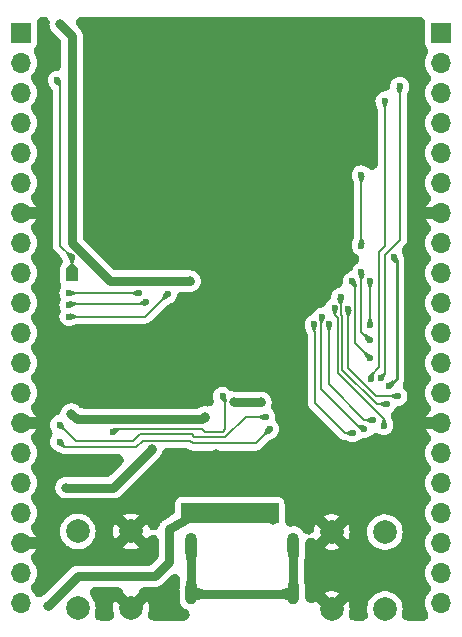
<source format=gbr>
%TF.GenerationSoftware,KiCad,Pcbnew,8.0.1-1.fc39*%
%TF.CreationDate,2024-05-03T11:25:29+02:00*%
%TF.ProjectId,esp32-s3-simple,65737033-322d-4733-932d-73696d706c65,rev?*%
%TF.SameCoordinates,Original*%
%TF.FileFunction,Copper,L2,Bot*%
%TF.FilePolarity,Positive*%
%FSLAX46Y46*%
G04 Gerber Fmt 4.6, Leading zero omitted, Abs format (unit mm)*
G04 Created by KiCad (PCBNEW 8.0.1-1.fc39) date 2024-05-03 11:25:29*
%MOMM*%
%LPD*%
G01*
G04 APERTURE LIST*
%TA.AperFunction,ComponentPad*%
%ADD10R,1.700000X1.700000*%
%TD*%
%TA.AperFunction,ComponentPad*%
%ADD11O,1.700000X1.700000*%
%TD*%
%TA.AperFunction,ComponentPad*%
%ADD12C,2.000000*%
%TD*%
%TA.AperFunction,ComponentPad*%
%ADD13O,1.000000X2.100000*%
%TD*%
%TA.AperFunction,ComponentPad*%
%ADD14O,1.000000X1.800000*%
%TD*%
%TA.AperFunction,SMDPad,CuDef*%
%ADD15R,1.000000X1.000000*%
%TD*%
%TA.AperFunction,ViaPad*%
%ADD16C,0.800000*%
%TD*%
%TA.AperFunction,ViaPad*%
%ADD17C,0.600000*%
%TD*%
%TA.AperFunction,ViaPad*%
%ADD18C,0.500000*%
%TD*%
%TA.AperFunction,Conductor*%
%ADD19C,0.800000*%
%TD*%
%TA.AperFunction,Conductor*%
%ADD20C,0.250000*%
%TD*%
%TA.AperFunction,Conductor*%
%ADD21C,0.200000*%
%TD*%
G04 APERTURE END LIST*
D10*
%TO.P,J2,1,Pin_1*%
%TO.N,/GPIO1*%
X176250000Y-37250000D03*
D11*
%TO.P,J2,2,Pin_2*%
%TO.N,/GPIO2*%
X176250000Y-39790000D03*
%TO.P,J2,3,Pin_3*%
%TO.N,/GPIO42*%
X176250000Y-42330000D03*
%TO.P,J2,4,Pin_4*%
%TO.N,/GPIO41*%
X176250000Y-44870000D03*
%TO.P,J2,5,Pin_5*%
%TO.N,/GPIO40*%
X176250000Y-47410000D03*
%TO.P,J2,6,Pin_6*%
%TO.N,/GPIO39*%
X176250000Y-49950000D03*
%TO.P,J2,7,Pin_7*%
%TO.N,GND*%
X176250000Y-52490000D03*
%TO.P,J2,8,Pin_8*%
%TO.N,/GPIO37*%
X176250000Y-55030000D03*
%TO.P,J2,9,Pin_9*%
%TO.N,/GPIO36*%
X176250000Y-57570000D03*
%TO.P,J2,10,Pin_10*%
%TO.N,/GPIO35*%
X176250000Y-60110000D03*
%TO.P,J2,11,Pin_11*%
%TO.N,/GPIO45*%
X176250000Y-62650000D03*
%TO.P,J2,12,Pin_12*%
%TO.N,/GPIO48*%
X176250000Y-65190000D03*
%TO.P,J2,13,Pin_13*%
%TO.N,/GPIO47*%
X176250000Y-67730000D03*
%TO.P,J2,14,Pin_14*%
%TO.N,GND*%
X176250000Y-70270000D03*
%TO.P,J2,15,Pin_15*%
%TO.N,/GPIO21*%
X176250000Y-72810000D03*
%TO.P,J2,16,Pin_16*%
%TO.N,/GPIO14*%
X176250000Y-75350000D03*
%TO.P,J2,17,Pin_17*%
%TO.N,/GPIO13*%
X176250000Y-77890000D03*
%TO.P,J2,18,Pin_18*%
%TO.N,/GPIO12*%
X176250000Y-80430000D03*
%TO.P,J2,19,Pin_19*%
%TO.N,/GPIO11*%
X176250000Y-82970000D03*
%TO.P,J2,20,Pin_20*%
%TO.N,/GPIO10*%
X176250000Y-85510000D03*
%TD*%
D12*
%TO.P,SW1,1,1*%
%TO.N,GND*%
X167000000Y-86000000D03*
X167000000Y-79500000D03*
%TO.P,SW1,2,2*%
%TO.N,GPIO0*%
X171500000Y-86000000D03*
X171500000Y-79500000D03*
%TD*%
D10*
%TO.P,J1,1,Pin_1*%
%TO.N,/GPIO4*%
X140690000Y-37240000D03*
D11*
%TO.P,J1,2,Pin_2*%
%TO.N,/GPIO5*%
X140690000Y-39780000D03*
%TO.P,J1,3,Pin_3*%
%TO.N,/GPIO6*%
X140690000Y-42320000D03*
%TO.P,J1,4,Pin_4*%
%TO.N,/GPIO7*%
X140690000Y-44860000D03*
%TO.P,J1,5,Pin_5*%
%TO.N,/GPIO15*%
X140690000Y-47400000D03*
%TO.P,J1,6,Pin_6*%
%TO.N,/GPIO16*%
X140690000Y-49940000D03*
%TO.P,J1,7,Pin_7*%
%TO.N,GND*%
X140690000Y-52480000D03*
%TO.P,J1,8,Pin_8*%
%TO.N,/GPIO17*%
X140690000Y-55020000D03*
%TO.P,J1,9,Pin_9*%
%TO.N,/GPIO18*%
X140690000Y-57560000D03*
%TO.P,J1,10,Pin_10*%
%TO.N,/GPIO8*%
X140690000Y-60100000D03*
%TO.P,J1,11,Pin_11*%
%TO.N,/GPIO3*%
X140690000Y-62640000D03*
%TO.P,J1,12,Pin_12*%
%TO.N,/GPIO46*%
X140690000Y-65180000D03*
%TO.P,J1,13,Pin_13*%
%TO.N,/GPIO9*%
X140690000Y-67720000D03*
%TO.P,J1,14,Pin_14*%
%TO.N,GND*%
X140690000Y-70260000D03*
%TO.P,J1,15,Pin_15*%
%TO.N,/RX*%
X140690000Y-72800000D03*
%TO.P,J1,16,Pin_16*%
%TO.N,/TX*%
X140690000Y-75340000D03*
%TO.P,J1,17,Pin_17*%
%TO.N,+3V3*%
X140690000Y-77880000D03*
%TO.P,J1,18,Pin_18*%
%TO.N,GND*%
X140690000Y-80420000D03*
%TO.P,J1,19,Pin_19*%
%TO.N,VSYS*%
X140690000Y-82960000D03*
%TO.P,J1,20,Pin_20*%
%TO.N,/VBUS_USB*%
X140690000Y-85500000D03*
%TD*%
D12*
%TO.P,SW2,1,1*%
%TO.N,GND*%
X150000000Y-79450000D03*
X150000000Y-85950000D03*
%TO.P,SW2,2,2*%
%TO.N,CHIP_PU*%
X145500000Y-79450000D03*
X145500000Y-85950000D03*
%TD*%
D13*
%TO.P,J3,S1,SHIELD*%
%TO.N,GNDPWR*%
X155110000Y-80570000D03*
D14*
X155110000Y-84750000D03*
D13*
X163750000Y-80570000D03*
D14*
X163750000Y-84750000D03*
%TD*%
D15*
%TO.P,TP1,1,1*%
%TO.N,CHIP_PU*%
X145000000Y-57750000D03*
%TD*%
D16*
%TO.N,VSYS*%
X144500000Y-75750000D03*
X151750000Y-72500000D03*
%TO.N,GND*%
X143000000Y-52000000D03*
D17*
X143750000Y-40250000D03*
D16*
X151000000Y-76500000D03*
X152850000Y-68450000D03*
D17*
X152250000Y-86350000D03*
D16*
X174000000Y-70250000D03*
D17*
X163000000Y-72250000D03*
D18*
X157000000Y-45500000D03*
D16*
X143250000Y-69500000D03*
D18*
X163800000Y-62350000D03*
D16*
X154750000Y-63000000D03*
X157193016Y-72901500D03*
X149250000Y-65100000D03*
X167500000Y-77250000D03*
X174000000Y-50250000D03*
D17*
X152000000Y-65200000D03*
D16*
X142500000Y-80400000D03*
D17*
%TO.N,GPIO0*%
X172250000Y-56250000D03*
X171877708Y-67122292D03*
%TO.N,CHIP_PU*%
X145000000Y-56250000D03*
X143750000Y-41250000D03*
%TO.N,/power/3V3_OUT*%
X148500000Y-71000000D03*
X157750000Y-68000000D03*
D16*
%TO.N,/VBUS_USB*%
X155000000Y-78250000D03*
X143000000Y-85750000D03*
X162000000Y-78500000D03*
X162000000Y-77500000D03*
X157000000Y-78250000D03*
%TO.N,+3V3*%
X144950000Y-69500000D03*
X158750000Y-68500000D03*
X156250000Y-69750000D03*
X144000000Y-36500000D03*
X155000000Y-58250000D03*
X161000000Y-68500000D03*
D17*
%TO.N,GPIO38*%
X169500000Y-55250000D03*
X169500000Y-49250000D03*
%TO.N,/GPIO3*%
X144750000Y-59250000D03*
X150700000Y-59250000D03*
%TO.N,/GPIO46*%
X144750000Y-60250000D03*
X151300000Y-60050000D03*
%TO.N,/GPIO9*%
X153100000Y-59350000D03*
X144750000Y-61250000D03*
%TO.N,/GPIO10*%
X168800000Y-71100000D03*
X165500000Y-61900000D03*
%TO.N,/GPIO11*%
X169750000Y-70750000D03*
X166169067Y-61290467D03*
%TO.N,/GPIO12*%
X166750000Y-61900000D03*
X170500000Y-70000000D03*
%TO.N,/GPIO13*%
X167250000Y-60500000D03*
X171400000Y-70500000D03*
%TO.N,/GPIO14*%
X171650000Y-68650000D03*
X167750000Y-59600000D03*
%TO.N,/GPIO21*%
X172600000Y-68000000D03*
X168400000Y-60600000D03*
%TO.N,/GPIO47*%
X170250000Y-64750000D03*
X168750000Y-58250000D03*
%TO.N,/GPIO48*%
X170200000Y-63250000D03*
X169500000Y-57500000D03*
%TO.N,/GPIO45*%
X170250000Y-58250000D03*
X170250000Y-61950000D03*
%TO.N,/RX*%
X170300000Y-66550000D03*
X161400000Y-69750000D03*
X171500000Y-43000000D03*
X143950000Y-70400000D03*
%TO.N,/TX*%
X171147292Y-66447292D03*
X143950000Y-71850000D03*
X172750000Y-41750000D03*
X161750000Y-70800000D03*
%TD*%
D19*
%TO.N,VSYS*%
X148500000Y-75750000D02*
X151750000Y-72500000D01*
X144500000Y-75750000D02*
X148500000Y-75750000D01*
D20*
%TO.N,GPIO0*%
X172500000Y-56500000D02*
X172250000Y-56250000D01*
X172500000Y-66500000D02*
X172500000Y-56500000D01*
X171877708Y-67122292D02*
X172500000Y-66500000D01*
D21*
%TO.N,CHIP_PU*%
X145000000Y-56250000D02*
X145000000Y-57750000D01*
X144000000Y-55250000D02*
X144000000Y-41500000D01*
X144000000Y-41500000D02*
X143750000Y-41250000D01*
X145000000Y-56250000D02*
X144000000Y-55250000D01*
%TO.N,/power/3V3_OUT*%
X157750000Y-71000000D02*
X158000000Y-70750000D01*
X158000000Y-70750000D02*
X158000000Y-68250000D01*
X148750000Y-70750000D02*
X156000000Y-70750000D01*
X158000000Y-68250000D02*
X157750000Y-68000000D01*
X148500000Y-71000000D02*
X148750000Y-70750000D01*
X156000000Y-70750000D02*
X156250000Y-71000000D01*
X156250000Y-71000000D02*
X157750000Y-71000000D01*
D19*
%TO.N,/VBUS_USB*%
X153250000Y-82000000D02*
X153250000Y-79250000D01*
X145500000Y-83250000D02*
X152000000Y-83250000D01*
X152000000Y-83250000D02*
X153250000Y-82000000D01*
X142990000Y-85760000D02*
X145500000Y-83250000D01*
X153250000Y-79250000D02*
X155000000Y-78250000D01*
%TO.N,+3V3*%
X156050000Y-69950000D02*
X156250000Y-69750000D01*
X144950000Y-69500000D02*
X145400000Y-69950000D01*
X158750000Y-68500000D02*
X161000000Y-68500000D01*
X145000000Y-37500000D02*
X144000000Y-36500000D01*
X145000000Y-55000000D02*
X145000000Y-37500000D01*
X148250000Y-58250000D02*
X145000000Y-55000000D01*
X155000000Y-58250000D02*
X148250000Y-58250000D01*
X145400000Y-69950000D02*
X156050000Y-69950000D01*
%TO.N,GNDPWR*%
X163750000Y-80570000D02*
X163750000Y-84750000D01*
X155110000Y-84750000D02*
X163750000Y-84750000D01*
X155110000Y-84750000D02*
X155110000Y-80570000D01*
D21*
%TO.N,GPIO38*%
X169500000Y-55250000D02*
X169500000Y-49250000D01*
%TO.N,/GPIO3*%
X150700000Y-59250000D02*
X144750000Y-59250000D01*
%TO.N,/GPIO46*%
X151200497Y-60149503D02*
X144850497Y-60149503D01*
X144850497Y-60149503D02*
X144750000Y-60250000D01*
X151300000Y-60050000D02*
X151200497Y-60149503D01*
%TO.N,/GPIO9*%
X153100000Y-59350000D02*
X151200000Y-61250000D01*
X151200000Y-61250000D02*
X144750000Y-61250000D01*
%TO.N,/GPIO10*%
X165500000Y-62500000D02*
X165500000Y-61900000D01*
X165600000Y-62600000D02*
X165500000Y-62500000D01*
X168100000Y-71100000D02*
X165600000Y-68600000D01*
X165600000Y-68600000D02*
X165600000Y-62600000D01*
X168800000Y-71100000D02*
X168100000Y-71100000D01*
%TO.N,/GPIO11*%
X166100000Y-61359534D02*
X166100000Y-67350000D01*
X166169067Y-61290467D02*
X166100000Y-61359534D01*
X169500000Y-70750000D02*
X169750000Y-70750000D01*
X166100000Y-67350000D02*
X169500000Y-70750000D01*
%TO.N,/GPIO12*%
X166750000Y-67000000D02*
X169750000Y-70000000D01*
X166750000Y-61900000D02*
X166750000Y-67000000D01*
X169750000Y-70000000D02*
X170500000Y-70000000D01*
%TO.N,/GPIO13*%
X171400000Y-70500000D02*
X171400000Y-69900000D01*
X171400000Y-69900000D02*
X167500000Y-66000000D01*
X167250000Y-61150000D02*
X167250000Y-60500000D01*
X167500000Y-66000000D02*
X167500000Y-61400000D01*
X167500000Y-61400000D02*
X167250000Y-61150000D01*
%TO.N,/GPIO14*%
X167900000Y-65750000D02*
X167900000Y-61212764D01*
X167777000Y-61089764D02*
X167777000Y-60281709D01*
X167900000Y-61212764D02*
X167777000Y-61089764D01*
X167750000Y-60254709D02*
X167750000Y-59600000D01*
X171650000Y-68650000D02*
X170800000Y-68650000D01*
X167777000Y-60281709D02*
X167750000Y-60254709D01*
X170800000Y-68650000D02*
X167900000Y-65750000D01*
%TO.N,/GPIO21*%
X170750000Y-68000000D02*
X168400000Y-65650000D01*
X172600000Y-68000000D02*
X170750000Y-68000000D01*
X168400000Y-65650000D02*
X168400000Y-60600000D01*
%TO.N,/GPIO47*%
X169000000Y-63500000D02*
X170250000Y-64750000D01*
X169000000Y-58500000D02*
X169000000Y-63500000D01*
X168750000Y-58250000D02*
X169000000Y-58500000D01*
%TO.N,/GPIO48*%
X169500000Y-62550000D02*
X169500000Y-57500000D01*
X170200000Y-63250000D02*
X169500000Y-62550000D01*
%TO.N,/GPIO45*%
X170250000Y-58250000D02*
X170250000Y-61950000D01*
%TO.N,/RX*%
X143950000Y-70400000D02*
X145350000Y-71800000D01*
X155374264Y-71450000D02*
X158000000Y-71450000D01*
X150775000Y-71200000D02*
X155124264Y-71200000D01*
X171000000Y-65550000D02*
X171000000Y-55750000D01*
X145350000Y-71800000D02*
X150175000Y-71800000D01*
X171500000Y-55250000D02*
X171500000Y-43000000D01*
X159700000Y-69750000D02*
X161400000Y-69750000D01*
X158000000Y-71450000D02*
X159700000Y-69750000D01*
X170300000Y-66550000D02*
X170300000Y-66250000D01*
X155124264Y-71200000D02*
X155374264Y-71450000D01*
X150175000Y-71800000D02*
X150775000Y-71200000D01*
X171000000Y-55750000D02*
X171500000Y-55250000D01*
X170300000Y-66250000D02*
X171000000Y-65550000D01*
%TO.N,/TX*%
X171500000Y-56000000D02*
X172750000Y-54750000D01*
X172750000Y-54750000D02*
X172750000Y-41750000D01*
X171500000Y-66094584D02*
X171500000Y-56000000D01*
X144400000Y-72300000D02*
X150450000Y-72300000D01*
X160550000Y-72000000D02*
X161750000Y-70800000D01*
X143950000Y-71850000D02*
X144400000Y-72300000D01*
X155000000Y-71750000D02*
X155250000Y-72000000D01*
X171147292Y-66447292D02*
X171500000Y-66094584D01*
X151000000Y-71750000D02*
X155000000Y-71750000D01*
X150450000Y-72300000D02*
X151000000Y-71750000D01*
X155250000Y-72000000D02*
X160550000Y-72000000D01*
%TD*%
%TA.AperFunction,Conductor*%
%TO.N,GND*%
G36*
X153855017Y-83081017D02*
G01*
X153979674Y-83149085D01*
X154080104Y-83249515D01*
X154148172Y-83374172D01*
X154178363Y-83512957D01*
X154177158Y-83598205D01*
X154152838Y-83841409D01*
X154115947Y-84210313D01*
X154112076Y-84235724D01*
X154109500Y-84248259D01*
X154109500Y-84262329D01*
X154108261Y-84287167D01*
X154107640Y-84293381D01*
X154106324Y-84306546D01*
X154105404Y-84325965D01*
X154105072Y-84332964D01*
X154105149Y-84348617D01*
X154107970Y-84373988D01*
X154109500Y-84401582D01*
X154109500Y-85200740D01*
X154124925Y-85352433D01*
X154124925Y-85352434D01*
X154124925Y-85352436D01*
X154124926Y-85352438D01*
X154125091Y-85352963D01*
X154185839Y-85546584D01*
X154185840Y-85546587D01*
X154185841Y-85546588D01*
X154274701Y-85706684D01*
X154284593Y-85724505D01*
X154381208Y-85837047D01*
X154417134Y-85878895D01*
X154502858Y-85945251D01*
X154578039Y-86003446D01*
X154578044Y-86003449D01*
X154678031Y-86052495D01*
X154795347Y-86132554D01*
X154885356Y-86242422D01*
X154940765Y-86373199D01*
X154957085Y-86514288D01*
X154932996Y-86654260D01*
X154870447Y-86781776D01*
X154774507Y-86886504D01*
X154652947Y-86959961D01*
X154515616Y-86996195D01*
X154458276Y-86999500D01*
X151922694Y-86999500D01*
X151782109Y-86979287D01*
X151652914Y-86920286D01*
X151545575Y-86827276D01*
X151468788Y-86707792D01*
X151428773Y-86571515D01*
X151428773Y-86429485D01*
X151438964Y-86378002D01*
X151484611Y-86197747D01*
X151484611Y-86197742D01*
X151505140Y-85950000D01*
X151484611Y-85702257D01*
X151484611Y-85702252D01*
X151423589Y-85461287D01*
X151423587Y-85461280D01*
X151354143Y-85302963D01*
X151354141Y-85302963D01*
X150515664Y-86141440D01*
X150543559Y-86062953D01*
X150553877Y-85912114D01*
X150523116Y-85764085D01*
X150453558Y-85629844D01*
X150350362Y-85519348D01*
X150221181Y-85440791D01*
X150075596Y-85400000D01*
X149962378Y-85400000D01*
X149850217Y-85415416D01*
X149711542Y-85475651D01*
X149594261Y-85571066D01*
X149507072Y-85694585D01*
X149456441Y-85837047D01*
X149446123Y-85987886D01*
X149476379Y-86133486D01*
X148645856Y-85302962D01*
X148645855Y-85302962D01*
X148576412Y-85461280D01*
X148576410Y-85461285D01*
X148515388Y-85702252D01*
X148515388Y-85702257D01*
X148494859Y-85950000D01*
X148515388Y-86197742D01*
X148515388Y-86197747D01*
X148561036Y-86378002D01*
X148575954Y-86519246D01*
X148550474Y-86658972D01*
X148486660Y-86785860D01*
X148389683Y-86889629D01*
X148267400Y-86961873D01*
X148129716Y-86996740D01*
X148077306Y-86999500D01*
X147423210Y-86999500D01*
X147282625Y-86979287D01*
X147153430Y-86920286D01*
X147046091Y-86827276D01*
X146969304Y-86707792D01*
X146929289Y-86571515D01*
X146929289Y-86429485D01*
X146939479Y-86378003D01*
X146985108Y-86197821D01*
X147005643Y-85950000D01*
X146985108Y-85702179D01*
X146924063Y-85461119D01*
X146824173Y-85233393D01*
X146824169Y-85233388D01*
X146824168Y-85233384D01*
X146688162Y-85025211D01*
X146653412Y-84987463D01*
X146573068Y-84870342D01*
X146528975Y-84735329D01*
X146524706Y-84593363D01*
X146560606Y-84455945D01*
X146633767Y-84334208D01*
X146738262Y-84238013D01*
X146865625Y-84175155D01*
X147005539Y-84150725D01*
X147020538Y-84150500D01*
X148839938Y-84150500D01*
X148980523Y-84170713D01*
X149109718Y-84229714D01*
X149217057Y-84322724D01*
X149293844Y-84442208D01*
X149333138Y-84576032D01*
X150000000Y-85242893D01*
X150000001Y-85242893D01*
X150667047Y-84575845D01*
X150705765Y-84443063D01*
X150782327Y-84323435D01*
X150889491Y-84230223D01*
X151018575Y-84170979D01*
X151159121Y-84150501D01*
X151160061Y-84150500D01*
X151889861Y-84150500D01*
X151926476Y-84153381D01*
X151926504Y-84152850D01*
X151952600Y-84154217D01*
X151952612Y-84154219D01*
X152017058Y-84150841D01*
X152030111Y-84150500D01*
X152047191Y-84150500D01*
X152047192Y-84150500D01*
X152064189Y-84148713D01*
X152077155Y-84147692D01*
X152141646Y-84144313D01*
X152141650Y-84144311D01*
X152165056Y-84140604D01*
X152188252Y-84135675D01*
X152188254Y-84135674D01*
X152188256Y-84135674D01*
X152249640Y-84115728D01*
X152262120Y-84112031D01*
X152324488Y-84095320D01*
X152324491Y-84095318D01*
X152346636Y-84086817D01*
X152368279Y-84077181D01*
X152368280Y-84077180D01*
X152368284Y-84077179D01*
X152424200Y-84044894D01*
X152435621Y-84038693D01*
X152493149Y-84009383D01*
X152493153Y-84009379D01*
X152513031Y-83996470D01*
X152532211Y-83982535D01*
X152532216Y-83982533D01*
X152580203Y-83939324D01*
X152590072Y-83930894D01*
X152603380Y-83920119D01*
X152615453Y-83908044D01*
X152624924Y-83899056D01*
X152672888Y-83855871D01*
X152672890Y-83855866D01*
X152690390Y-83836433D01*
X152690786Y-83836789D01*
X152714634Y-83808863D01*
X153327791Y-83195706D01*
X153441489Y-83110593D01*
X153574564Y-83060959D01*
X153716232Y-83050826D01*
X153855017Y-83081017D01*
G37*
%TD.AperFunction*%
%TA.AperFunction,Conductor*%
G36*
X142747477Y-35870713D02*
G01*
X142876672Y-35929714D01*
X142984011Y-36022724D01*
X143060798Y-36142208D01*
X143100813Y-36278485D01*
X143100813Y-36420515D01*
X143099749Y-36427559D01*
X143095780Y-36452617D01*
X143094540Y-36476282D01*
X143094540Y-36500004D01*
X143101284Y-36564176D01*
X143102308Y-36577191D01*
X143105687Y-36641647D01*
X143109394Y-36665051D01*
X143114327Y-36688260D01*
X143134269Y-36749638D01*
X143137976Y-36762154D01*
X143154679Y-36824485D01*
X143163175Y-36846619D01*
X143172822Y-36868286D01*
X143205085Y-36924167D01*
X143211317Y-36935645D01*
X143240617Y-36993149D01*
X143240620Y-36993152D01*
X143253536Y-37013042D01*
X143267465Y-37032214D01*
X143310660Y-37080189D01*
X143319136Y-37090112D01*
X143329881Y-37103380D01*
X143341962Y-37115461D01*
X143350936Y-37124918D01*
X143394129Y-37172888D01*
X143413568Y-37190391D01*
X143413211Y-37190786D01*
X143441137Y-37214636D01*
X143953346Y-37726845D01*
X144038462Y-37840546D01*
X144088096Y-37973621D01*
X144099500Y-38079691D01*
X144099500Y-39959121D01*
X144079287Y-40099706D01*
X144020286Y-40228901D01*
X143927276Y-40336240D01*
X143807792Y-40413027D01*
X143671515Y-40453042D01*
X143656374Y-40454983D01*
X143570750Y-40464631D01*
X143570747Y-40464631D01*
X143492127Y-40492141D01*
X143400478Y-40524211D01*
X143400476Y-40524211D01*
X143400473Y-40524213D01*
X143247736Y-40620185D01*
X143247733Y-40620187D01*
X143120187Y-40747733D01*
X143120185Y-40747736D01*
X143024213Y-40900473D01*
X143024211Y-40900476D01*
X143024211Y-40900478D01*
X143001763Y-40964630D01*
X142964631Y-41070747D01*
X142964630Y-41070753D01*
X142944435Y-41249995D01*
X142944435Y-41250004D01*
X142964630Y-41429246D01*
X142964631Y-41429252D01*
X142964631Y-41429254D01*
X142964632Y-41429255D01*
X143024211Y-41599522D01*
X143024212Y-41599524D01*
X143024213Y-41599526D01*
X143057293Y-41652172D01*
X143118760Y-41749996D01*
X143120185Y-41752263D01*
X143120187Y-41752266D01*
X143253345Y-41885423D01*
X143338461Y-41999123D01*
X143388096Y-42132198D01*
X143399500Y-42238270D01*
X143399500Y-55194269D01*
X143397363Y-55226870D01*
X143394318Y-55249999D01*
X143394318Y-55250000D01*
X143405514Y-55335044D01*
X143414955Y-55406759D01*
X143414956Y-55406763D01*
X143475463Y-55552840D01*
X143571715Y-55678279D01*
X143571716Y-55678280D01*
X143571718Y-55678282D01*
X143590231Y-55692487D01*
X143614794Y-55714029D01*
X144015813Y-56115048D01*
X144100929Y-56228749D01*
X144115432Y-56257475D01*
X144180253Y-56396860D01*
X144221207Y-56532858D01*
X144222187Y-56674884D01*
X144183114Y-56811434D01*
X144117467Y-56918970D01*
X144111815Y-56926036D01*
X144096139Y-56946692D01*
X144084881Y-56964456D01*
X144084111Y-56963968D01*
X144058772Y-57004236D01*
X144056209Y-57007659D01*
X144056203Y-57007671D01*
X144041367Y-57047446D01*
X144035259Y-57061255D01*
X144029612Y-57074273D01*
X144027050Y-57081568D01*
X144027008Y-57081704D01*
X144026244Y-57084586D01*
X144018848Y-57107826D01*
X144005909Y-57142516D01*
X143999500Y-57202130D01*
X143999500Y-58297875D01*
X143999501Y-58297880D01*
X144005908Y-58357480D01*
X144005908Y-58357483D01*
X144053704Y-58485629D01*
X144083894Y-58624413D01*
X144073761Y-58766082D01*
X144035755Y-58876504D01*
X144024213Y-58900471D01*
X143964631Y-59070747D01*
X143964630Y-59070753D01*
X143944435Y-59249995D01*
X143944435Y-59250004D01*
X143964630Y-59429246D01*
X143964631Y-59429250D01*
X143964632Y-59429255D01*
X143996077Y-59519120D01*
X144019197Y-59585193D01*
X144046549Y-59724564D01*
X144033529Y-59865997D01*
X144019197Y-59914807D01*
X143996450Y-59979816D01*
X143964631Y-60070749D01*
X143964630Y-60070753D01*
X143944435Y-60249995D01*
X143944435Y-60250004D01*
X143964630Y-60429246D01*
X143964631Y-60429250D01*
X143964632Y-60429255D01*
X143991171Y-60505098D01*
X144019197Y-60585193D01*
X144046549Y-60724564D01*
X144033529Y-60865997D01*
X144019197Y-60914807D01*
X143965222Y-61069061D01*
X143964631Y-61070749D01*
X143964630Y-61070753D01*
X143944435Y-61249995D01*
X143944435Y-61250004D01*
X143964630Y-61429246D01*
X143964631Y-61429252D01*
X143964631Y-61429254D01*
X143964632Y-61429255D01*
X144024211Y-61599522D01*
X144024212Y-61599524D01*
X144024213Y-61599526D01*
X144120185Y-61752263D01*
X144120187Y-61752266D01*
X144247733Y-61879812D01*
X144247736Y-61879814D01*
X144247738Y-61879816D01*
X144376016Y-61960418D01*
X144394721Y-61972172D01*
X144400478Y-61975789D01*
X144570745Y-62035368D01*
X144570751Y-62035368D01*
X144570753Y-62035369D01*
X144749995Y-62055565D01*
X144750000Y-62055565D01*
X144750005Y-62055565D01*
X144929248Y-62035369D01*
X144929250Y-62035368D01*
X144929255Y-62035368D01*
X145000560Y-62010416D01*
X145031628Y-62001753D01*
X145048687Y-61998166D01*
X145317518Y-61900004D01*
X164694435Y-61900004D01*
X164714630Y-62079251D01*
X164714631Y-62079254D01*
X164739577Y-62150544D01*
X164748246Y-62181629D01*
X164751832Y-62198682D01*
X164899763Y-62603818D01*
X164906398Y-62624825D01*
X164914955Y-62656759D01*
X164914955Y-62656761D01*
X164914956Y-62656762D01*
X164961516Y-62769168D01*
X164996641Y-62906782D01*
X164999500Y-62960125D01*
X164999500Y-68544268D01*
X164997363Y-68576869D01*
X164994318Y-68600000D01*
X164999500Y-68639361D01*
X165012831Y-68740619D01*
X165014956Y-68756762D01*
X165075463Y-68902840D01*
X165171715Y-69028279D01*
X165171716Y-69028280D01*
X165171718Y-69028282D01*
X165190231Y-69042487D01*
X165214794Y-69064029D01*
X167635974Y-71485209D01*
X167657507Y-71509763D01*
X167669804Y-71525788D01*
X167671718Y-71528282D01*
X167777642Y-71609560D01*
X167797159Y-71624536D01*
X167797160Y-71624536D01*
X167797161Y-71624537D01*
X167943237Y-71685044D01*
X167979914Y-71689872D01*
X168062914Y-71700799D01*
X168168932Y-71726799D01*
X168501312Y-71848165D01*
X168541824Y-71861054D01*
X168541832Y-71861055D01*
X168552257Y-71863338D01*
X168581317Y-71871571D01*
X168620745Y-71885368D01*
X168800000Y-71905565D01*
X168800002Y-71905564D01*
X168800004Y-71905565D01*
X168800005Y-71905565D01*
X168979246Y-71885369D01*
X168979245Y-71885369D01*
X168979255Y-71885368D01*
X169149522Y-71825789D01*
X169302262Y-71729816D01*
X169334281Y-71697796D01*
X169447977Y-71612681D01*
X169581052Y-71563044D01*
X169722720Y-71552909D01*
X169742980Y-71554774D01*
X169750000Y-71555565D01*
X169750002Y-71555564D01*
X169750004Y-71555565D01*
X169750005Y-71555565D01*
X169929246Y-71535369D01*
X169929245Y-71535369D01*
X169929255Y-71535368D01*
X170099522Y-71475789D01*
X170252262Y-71379816D01*
X170373483Y-71258594D01*
X170487181Y-71173481D01*
X170620256Y-71123846D01*
X170761924Y-71113713D01*
X170900709Y-71143903D01*
X170991814Y-71188928D01*
X171050471Y-71225785D01*
X171050472Y-71225785D01*
X171050478Y-71225789D01*
X171220745Y-71285368D01*
X171220751Y-71285368D01*
X171220753Y-71285369D01*
X171399995Y-71305565D01*
X171400000Y-71305565D01*
X171400005Y-71305565D01*
X171579246Y-71285369D01*
X171579245Y-71285369D01*
X171579255Y-71285368D01*
X171749522Y-71225789D01*
X171902262Y-71129816D01*
X172029816Y-71002262D01*
X172125789Y-70849522D01*
X172185368Y-70679255D01*
X172191960Y-70620747D01*
X172205565Y-70500004D01*
X172205565Y-70499995D01*
X172185369Y-70320751D01*
X172185368Y-70320746D01*
X172177317Y-70297738D01*
X172160416Y-70249439D01*
X172151752Y-70218367D01*
X172148166Y-70201312D01*
X172011679Y-69827521D01*
X171982448Y-69688534D01*
X171993557Y-69546939D01*
X172044109Y-69414210D01*
X172130007Y-69301099D01*
X172138646Y-69293432D01*
X172279812Y-69152266D01*
X172279816Y-69152262D01*
X172362012Y-69021447D01*
X172453921Y-68913166D01*
X172572614Y-68835163D01*
X172708476Y-68793760D01*
X172728635Y-68791071D01*
X172779255Y-68785368D01*
X172949522Y-68725789D01*
X173102262Y-68629816D01*
X173229816Y-68502262D01*
X173325789Y-68349522D01*
X173385368Y-68179255D01*
X173395355Y-68090617D01*
X173405565Y-68000004D01*
X173405565Y-67999995D01*
X173385369Y-67820753D01*
X173385368Y-67820747D01*
X173385368Y-67820745D01*
X173325789Y-67650478D01*
X173229816Y-67497738D01*
X173229814Y-67497736D01*
X173229812Y-67497733D01*
X173134400Y-67402321D01*
X173049284Y-67288620D01*
X172999650Y-67155545D01*
X172989517Y-67013877D01*
X173019708Y-66875092D01*
X173031542Y-66850335D01*
X173030202Y-66849755D01*
X173046174Y-66812846D01*
X173057664Y-66786290D01*
X173068007Y-66765176D01*
X173086197Y-66732092D01*
X173086199Y-66732081D01*
X173092022Y-66717377D01*
X173101026Y-66691080D01*
X173105438Y-66675894D01*
X173111341Y-66638619D01*
X173116113Y-66615574D01*
X173125499Y-66579022D01*
X173125500Y-66579019D01*
X173125500Y-66579014D01*
X173127479Y-66563343D01*
X173129663Y-66535599D01*
X173130160Y-66519804D01*
X173126608Y-66482231D01*
X173125500Y-66458736D01*
X173125500Y-56594083D01*
X173126608Y-56570587D01*
X173127672Y-56559332D01*
X173126724Y-56529145D01*
X173125500Y-56490202D01*
X173125500Y-56460650D01*
X173125499Y-56460647D01*
X173125138Y-56454909D01*
X173123896Y-56439155D01*
X173122709Y-56401372D01*
X173122706Y-56401364D01*
X173120231Y-56385731D01*
X173114599Y-56358533D01*
X173110665Y-56343211D01*
X173107651Y-56335598D01*
X173096762Y-56308098D01*
X173089147Y-56285854D01*
X173078617Y-56249611D01*
X173076961Y-56245784D01*
X173039676Y-56108735D01*
X173039065Y-56103559D01*
X173035368Y-56070745D01*
X172975789Y-55900478D01*
X172975782Y-55900467D01*
X172963628Y-55875226D01*
X172966412Y-55873884D01*
X172926451Y-55783959D01*
X172907676Y-55643176D01*
X172929325Y-55502805D01*
X172989643Y-55374219D01*
X173053799Y-55295434D01*
X173135218Y-55214015D01*
X173159766Y-55192488D01*
X173178282Y-55178282D01*
X173274536Y-55052841D01*
X173335044Y-54906762D01*
X173350500Y-54789361D01*
X173355682Y-54750000D01*
X173352637Y-54726869D01*
X173350500Y-54694268D01*
X173350500Y-42541347D01*
X173370713Y-42400762D01*
X173380770Y-42370195D01*
X173415817Y-42274213D01*
X173498166Y-42048686D01*
X173511071Y-42008117D01*
X173511071Y-42008109D01*
X173513342Y-41997737D01*
X173521580Y-41968654D01*
X173535368Y-41929255D01*
X173555565Y-41750000D01*
X173555565Y-41749996D01*
X173555565Y-41749995D01*
X173535369Y-41570753D01*
X173535368Y-41570747D01*
X173535368Y-41570745D01*
X173475789Y-41400478D01*
X173379816Y-41247738D01*
X173379814Y-41247736D01*
X173379812Y-41247733D01*
X173252266Y-41120187D01*
X173252263Y-41120185D01*
X173252262Y-41120184D01*
X173140565Y-41050000D01*
X173099526Y-41024213D01*
X173099524Y-41024212D01*
X173099522Y-41024211D01*
X172929255Y-40964632D01*
X172929254Y-40964631D01*
X172929252Y-40964631D01*
X172929246Y-40964630D01*
X172750005Y-40944435D01*
X172749995Y-40944435D01*
X172570753Y-40964630D01*
X172570747Y-40964631D01*
X172492127Y-40992141D01*
X172400478Y-41024211D01*
X172400476Y-41024211D01*
X172400473Y-41024213D01*
X172247736Y-41120185D01*
X172247733Y-41120187D01*
X172120187Y-41247733D01*
X172120185Y-41247736D01*
X172024213Y-41400473D01*
X172024211Y-41400476D01*
X172024211Y-41400478D01*
X172007373Y-41448598D01*
X171964631Y-41570747D01*
X171964630Y-41570751D01*
X171943984Y-41753993D01*
X171908158Y-41891431D01*
X171835062Y-42013207D01*
X171730618Y-42109458D01*
X171603288Y-42172384D01*
X171503993Y-42193984D01*
X171320751Y-42214630D01*
X171320747Y-42214631D01*
X171253191Y-42238270D01*
X171150478Y-42274211D01*
X171150476Y-42274211D01*
X171150473Y-42274213D01*
X170997736Y-42370185D01*
X170997733Y-42370187D01*
X170870187Y-42497733D01*
X170870185Y-42497736D01*
X170774213Y-42650473D01*
X170774211Y-42650479D01*
X170714631Y-42820747D01*
X170714630Y-42820753D01*
X170694435Y-42999995D01*
X170694435Y-43000004D01*
X170714630Y-43179251D01*
X170714631Y-43179254D01*
X170739577Y-43250544D01*
X170748246Y-43281629D01*
X170751832Y-43298681D01*
X170751833Y-43298683D01*
X170858204Y-43590000D01*
X170869230Y-43620195D01*
X170898462Y-43759184D01*
X170899500Y-43791347D01*
X170899500Y-48312729D01*
X170879287Y-48453314D01*
X170820286Y-48582509D01*
X170727276Y-48689848D01*
X170607792Y-48766635D01*
X170471515Y-48806650D01*
X170329485Y-48806650D01*
X170193208Y-48766635D01*
X170073724Y-48689848D01*
X170047654Y-48665575D01*
X170002266Y-48620187D01*
X170002263Y-48620185D01*
X170002262Y-48620184D01*
X169928649Y-48573930D01*
X169849526Y-48524213D01*
X169849524Y-48524212D01*
X169849522Y-48524211D01*
X169679255Y-48464632D01*
X169679254Y-48464631D01*
X169679252Y-48464631D01*
X169679246Y-48464630D01*
X169500005Y-48444435D01*
X169499995Y-48444435D01*
X169320753Y-48464630D01*
X169320747Y-48464631D01*
X169242127Y-48492141D01*
X169150478Y-48524211D01*
X169150476Y-48524211D01*
X169150473Y-48524213D01*
X168997736Y-48620185D01*
X168997733Y-48620187D01*
X168870187Y-48747733D01*
X168870185Y-48747736D01*
X168774213Y-48900473D01*
X168774211Y-48900476D01*
X168774211Y-48900478D01*
X168746721Y-48979040D01*
X168714631Y-49070747D01*
X168714630Y-49070753D01*
X168694435Y-49249995D01*
X168694435Y-49250004D01*
X168714630Y-49429251D01*
X168714631Y-49429254D01*
X168739577Y-49500544D01*
X168748246Y-49531629D01*
X168751832Y-49548681D01*
X168869230Y-49870195D01*
X168898462Y-50009184D01*
X168899500Y-50041347D01*
X168899500Y-54458650D01*
X168879287Y-54599235D01*
X168869230Y-54629801D01*
X168751833Y-54951316D01*
X168738922Y-54991901D01*
X168736647Y-55002295D01*
X168728415Y-55031352D01*
X168714631Y-55070746D01*
X168694435Y-55249995D01*
X168694435Y-55250004D01*
X168714630Y-55429246D01*
X168714631Y-55429252D01*
X168714631Y-55429254D01*
X168714632Y-55429255D01*
X168774211Y-55599522D01*
X168774212Y-55599524D01*
X168774213Y-55599526D01*
X168823697Y-55678279D01*
X168867341Y-55747738D01*
X168870185Y-55752263D01*
X168870187Y-55752266D01*
X168997733Y-55879812D01*
X168997736Y-55879814D01*
X168997738Y-55879816D01*
X169088991Y-55937154D01*
X169113390Y-55952485D01*
X169221672Y-56044396D01*
X169299674Y-56163090D01*
X169341076Y-56298952D01*
X169342524Y-56440974D01*
X169303902Y-56577652D01*
X169228337Y-56697913D01*
X169121952Y-56792012D01*
X169113390Y-56797515D01*
X168997736Y-56870185D01*
X168997733Y-56870187D01*
X168870187Y-56997733D01*
X168870185Y-56997736D01*
X168774213Y-57150473D01*
X168774208Y-57150484D01*
X168756699Y-57200521D01*
X168691186Y-57326539D01*
X168592824Y-57428996D01*
X168469580Y-57499590D01*
X168450521Y-57506699D01*
X168400484Y-57524208D01*
X168400473Y-57524213D01*
X168247736Y-57620185D01*
X168247733Y-57620187D01*
X168120187Y-57747733D01*
X168120185Y-57747736D01*
X168024213Y-57900473D01*
X168024211Y-57900476D01*
X168024211Y-57900478D01*
X168010801Y-57938801D01*
X167964631Y-58070747D01*
X167964630Y-58070753D01*
X167944435Y-58249995D01*
X167944435Y-58249999D01*
X167947161Y-58274195D01*
X167942814Y-58416159D01*
X167898648Y-58551148D01*
X167818240Y-58668225D01*
X167708105Y-58757907D01*
X167596931Y-58804621D01*
X167597196Y-58805377D01*
X167584861Y-58809693D01*
X167577165Y-58812927D01*
X167572039Y-58814179D01*
X167526826Y-58830000D01*
X167400478Y-58874211D01*
X167400476Y-58874211D01*
X167400473Y-58874213D01*
X167247736Y-58970185D01*
X167247733Y-58970187D01*
X167120187Y-59097733D01*
X167120185Y-59097736D01*
X167024213Y-59250473D01*
X167024211Y-59250476D01*
X167024211Y-59250478D01*
X166998411Y-59324211D01*
X166964631Y-59420747D01*
X166964630Y-59420751D01*
X166953547Y-59519120D01*
X166917720Y-59656557D01*
X166844624Y-59778334D01*
X166768807Y-59853381D01*
X166747737Y-59870183D01*
X166620187Y-59997733D01*
X166620185Y-59997736D01*
X166524213Y-60150473D01*
X166524206Y-60150487D01*
X166520517Y-60161032D01*
X166455004Y-60287050D01*
X166356641Y-60389507D01*
X166233396Y-60460100D01*
X166105395Y-60492075D01*
X165989818Y-60505097D01*
X165989814Y-60505098D01*
X165911194Y-60532608D01*
X165819545Y-60564678D01*
X165819543Y-60564678D01*
X165819540Y-60564680D01*
X165666803Y-60660652D01*
X165666800Y-60660654D01*
X165539254Y-60788200D01*
X165539247Y-60788209D01*
X165430814Y-60960779D01*
X165338904Y-61069061D01*
X165220210Y-61147063D01*
X165173113Y-61166290D01*
X165150485Y-61174207D01*
X165150473Y-61174213D01*
X164997736Y-61270185D01*
X164997733Y-61270187D01*
X164870187Y-61397733D01*
X164870185Y-61397736D01*
X164774213Y-61550473D01*
X164774211Y-61550476D01*
X164774211Y-61550478D01*
X164756356Y-61601505D01*
X164714631Y-61720747D01*
X164714630Y-61720753D01*
X164694435Y-61899995D01*
X164694435Y-61900004D01*
X145317518Y-61900004D01*
X145370196Y-61880769D01*
X145509185Y-61851538D01*
X145541348Y-61850500D01*
X151144268Y-61850500D01*
X151176869Y-61852637D01*
X151199999Y-61855682D01*
X151200000Y-61855682D01*
X151356762Y-61835044D01*
X151502841Y-61774536D01*
X151554308Y-61735044D01*
X151572933Y-61720753D01*
X151576737Y-61717833D01*
X151628282Y-61678282D01*
X151642488Y-61659766D01*
X151664015Y-61635218D01*
X152965052Y-60334181D01*
X153078750Y-60249068D01*
X153107453Y-60234576D01*
X153417830Y-60090236D01*
X153417838Y-60090231D01*
X153435823Y-60081868D01*
X153442685Y-60079080D01*
X153449514Y-60075791D01*
X153449522Y-60075789D01*
X153602262Y-59979816D01*
X153729816Y-59852262D01*
X153825789Y-59699522D01*
X153885368Y-59529255D01*
X153885368Y-59529251D01*
X153894623Y-59502804D01*
X153896702Y-59503531D01*
X153934253Y-59405904D01*
X154020523Y-59293076D01*
X154135085Y-59209124D01*
X154268659Y-59160848D01*
X154369755Y-59150500D01*
X155094644Y-59150500D01*
X155094646Y-59150500D01*
X155128261Y-59143354D01*
X155154063Y-59139267D01*
X155188256Y-59135674D01*
X155220947Y-59125051D01*
X155246190Y-59118288D01*
X155255283Y-59116355D01*
X155279803Y-59111144D01*
X155311204Y-59097162D01*
X155335594Y-59087799D01*
X155368284Y-59077179D01*
X155398055Y-59059989D01*
X155421329Y-59048130D01*
X155452730Y-59034151D01*
X155480539Y-59013946D01*
X155502435Y-58999726D01*
X155532216Y-58982533D01*
X155557755Y-58959536D01*
X155578071Y-58943085D01*
X155578454Y-58942806D01*
X155605871Y-58922888D01*
X155628882Y-58897330D01*
X155647330Y-58878882D01*
X155672888Y-58855871D01*
X155693085Y-58828071D01*
X155709539Y-58807752D01*
X155732533Y-58782216D01*
X155749726Y-58752435D01*
X155763946Y-58730539D01*
X155784151Y-58702730D01*
X155798130Y-58671329D01*
X155809989Y-58648055D01*
X155827179Y-58618284D01*
X155837799Y-58585594D01*
X155847162Y-58561204D01*
X155861144Y-58529803D01*
X155868288Y-58496190D01*
X155875051Y-58470947D01*
X155885674Y-58438256D01*
X155889267Y-58404063D01*
X155893356Y-58378253D01*
X155900499Y-58344650D01*
X155900500Y-58344643D01*
X155900500Y-58310280D01*
X155901868Y-58284185D01*
X155905460Y-58250002D01*
X155905460Y-58250001D01*
X155905232Y-58247830D01*
X155901866Y-58215812D01*
X155900500Y-58189719D01*
X155900500Y-58155357D01*
X155900500Y-58155354D01*
X155893353Y-58121730D01*
X155889266Y-58095923D01*
X155885674Y-58061744D01*
X155875047Y-58029041D01*
X155868291Y-58003826D01*
X155861144Y-57970197D01*
X155847165Y-57938801D01*
X155837797Y-57914397D01*
X155827179Y-57881717D01*
X155827179Y-57881716D01*
X155809986Y-57851938D01*
X155798136Y-57828682D01*
X155784151Y-57797270D01*
X155763947Y-57769461D01*
X155749721Y-57747554D01*
X155732530Y-57717779D01*
X155709532Y-57692238D01*
X155693083Y-57671926D01*
X155672888Y-57644129D01*
X155647342Y-57621127D01*
X155628862Y-57602646D01*
X155605872Y-57577112D01*
X155578064Y-57556909D01*
X155557763Y-57540470D01*
X155532216Y-57517467D01*
X155532215Y-57517466D01*
X155532208Y-57517461D01*
X155502443Y-57500276D01*
X155480537Y-57486050D01*
X155452734Y-57465851D01*
X155452725Y-57465846D01*
X155421333Y-57451870D01*
X155398059Y-57440011D01*
X155376189Y-57427384D01*
X155368283Y-57422820D01*
X155368279Y-57422819D01*
X155335596Y-57412199D01*
X155311204Y-57402836D01*
X155279807Y-57388857D01*
X155279795Y-57388853D01*
X155246181Y-57381709D01*
X155220945Y-57374947D01*
X155188256Y-57364326D01*
X155188253Y-57364325D01*
X155188255Y-57364325D01*
X155154060Y-57360730D01*
X155128263Y-57356644D01*
X155094650Y-57349500D01*
X155094646Y-57349500D01*
X155047192Y-57349500D01*
X148829691Y-57349500D01*
X148689106Y-57329287D01*
X148559911Y-57270286D01*
X148476845Y-57203346D01*
X146046654Y-54773155D01*
X145961538Y-54659454D01*
X145911904Y-54526379D01*
X145900500Y-54420309D01*
X145900500Y-37610140D01*
X145903381Y-37573527D01*
X145902850Y-37573500D01*
X145904217Y-37547399D01*
X145904219Y-37547388D01*
X145900841Y-37482941D01*
X145900500Y-37469889D01*
X145900500Y-37452812D01*
X145900500Y-37452808D01*
X145898711Y-37435792D01*
X145897692Y-37422858D01*
X145894313Y-37358355D01*
X145894312Y-37358352D01*
X145894312Y-37358347D01*
X145890605Y-37334943D01*
X145885674Y-37311747D01*
X145885674Y-37311744D01*
X145865724Y-37250347D01*
X145862021Y-37237843D01*
X145849306Y-37190391D01*
X145845320Y-37175513D01*
X145845319Y-37175512D01*
X145845319Y-37175510D01*
X145836830Y-37153395D01*
X145827181Y-37131723D01*
X145827179Y-37131716D01*
X145794907Y-37075820D01*
X145788684Y-37064358D01*
X145759381Y-37006848D01*
X145746469Y-36986965D01*
X145732534Y-36967785D01*
X145689356Y-36919831D01*
X145680871Y-36909896D01*
X145670123Y-36896623D01*
X145670112Y-36896611D01*
X145658035Y-36884534D01*
X145649042Y-36875058D01*
X145605872Y-36827113D01*
X145586437Y-36809614D01*
X145586792Y-36809218D01*
X145558868Y-36785368D01*
X145475846Y-36702346D01*
X145390730Y-36588645D01*
X145341096Y-36455570D01*
X145330963Y-36313902D01*
X145361154Y-36175117D01*
X145429222Y-36050460D01*
X145529652Y-35950030D01*
X145654309Y-35881962D01*
X145793094Y-35851771D01*
X145828692Y-35850500D01*
X174400500Y-35850500D01*
X174541085Y-35870713D01*
X174670280Y-35929714D01*
X174777619Y-36022724D01*
X174854406Y-36142208D01*
X174894421Y-36278485D01*
X174899500Y-36349500D01*
X174899500Y-38147875D01*
X174899501Y-38147880D01*
X174905908Y-38207480D01*
X174905909Y-38207484D01*
X174956202Y-38342326D01*
X174956206Y-38342334D01*
X175063841Y-38486115D01*
X175062750Y-38486931D01*
X175120805Y-38564482D01*
X175170439Y-38697557D01*
X175180572Y-38839225D01*
X175150381Y-38978010D01*
X175091602Y-39089838D01*
X175075965Y-39112170D01*
X175075964Y-39112170D01*
X174976098Y-39326332D01*
X174976097Y-39326336D01*
X174914937Y-39554590D01*
X174894341Y-39790000D01*
X174909137Y-39959121D01*
X174914937Y-40025408D01*
X174973418Y-40243665D01*
X174976098Y-40253665D01*
X175075963Y-40467826D01*
X175075967Y-40467833D01*
X175211503Y-40661399D01*
X175211512Y-40661409D01*
X175257257Y-40707154D01*
X175342373Y-40820855D01*
X175392007Y-40953930D01*
X175402140Y-41095598D01*
X175371949Y-41234383D01*
X175303881Y-41359040D01*
X175257257Y-41412846D01*
X175211508Y-41458594D01*
X175211505Y-41458598D01*
X175075963Y-41652172D01*
X174976098Y-41866332D01*
X174976097Y-41866336D01*
X174914937Y-42094590D01*
X174894341Y-42330000D01*
X174909016Y-42497738D01*
X174914937Y-42565408D01*
X174973418Y-42783665D01*
X174976098Y-42793665D01*
X175075963Y-43007826D01*
X175075967Y-43007833D01*
X175211503Y-43201399D01*
X175211512Y-43201409D01*
X175257257Y-43247154D01*
X175342373Y-43360855D01*
X175392007Y-43493930D01*
X175402140Y-43635598D01*
X175371949Y-43774383D01*
X175303881Y-43899040D01*
X175257257Y-43952846D01*
X175211508Y-43998594D01*
X175211505Y-43998598D01*
X175075963Y-44192172D01*
X174976098Y-44406332D01*
X174976097Y-44406336D01*
X174914937Y-44634590D01*
X174914937Y-44634592D01*
X174894341Y-44870000D01*
X174914937Y-45105408D01*
X174973418Y-45323665D01*
X174976098Y-45333665D01*
X175075963Y-45547826D01*
X175075967Y-45547833D01*
X175211503Y-45741399D01*
X175211512Y-45741409D01*
X175257257Y-45787154D01*
X175342373Y-45900855D01*
X175392007Y-46033930D01*
X175402140Y-46175598D01*
X175371949Y-46314383D01*
X175303881Y-46439040D01*
X175257257Y-46492846D01*
X175211508Y-46538594D01*
X175211505Y-46538598D01*
X175075963Y-46732172D01*
X174976098Y-46946332D01*
X174976097Y-46946336D01*
X174914937Y-47174590D01*
X174914937Y-47174592D01*
X174894341Y-47410000D01*
X174914937Y-47645408D01*
X174973418Y-47863665D01*
X174976098Y-47873665D01*
X175075963Y-48087826D01*
X175075967Y-48087833D01*
X175211503Y-48281399D01*
X175211512Y-48281409D01*
X175257257Y-48327154D01*
X175342373Y-48440855D01*
X175392007Y-48573930D01*
X175402140Y-48715598D01*
X175371949Y-48854383D01*
X175303881Y-48979040D01*
X175257257Y-49032846D01*
X175211508Y-49078594D01*
X175211505Y-49078598D01*
X175075963Y-49272172D01*
X174976098Y-49486332D01*
X174976097Y-49486336D01*
X174914937Y-49714590D01*
X174914937Y-49714592D01*
X174894341Y-49950000D01*
X174914937Y-50185408D01*
X174973418Y-50403665D01*
X174976098Y-50413665D01*
X175075963Y-50627826D01*
X175075967Y-50627833D01*
X175211503Y-50821399D01*
X175211512Y-50821409D01*
X175257611Y-50867508D01*
X175342727Y-50981209D01*
X175392361Y-51114284D01*
X175402494Y-51255952D01*
X175372303Y-51394737D01*
X175304235Y-51519394D01*
X175257611Y-51573200D01*
X175211893Y-51618917D01*
X175211888Y-51618923D01*
X175076401Y-51812420D01*
X175076398Y-51812424D01*
X174993594Y-51990000D01*
X176214237Y-51990000D01*
X176107685Y-52005320D01*
X175976900Y-52065048D01*
X175868239Y-52159202D01*
X175790507Y-52280156D01*
X175750000Y-52418111D01*
X175750000Y-52561889D01*
X175790507Y-52699844D01*
X175868239Y-52820798D01*
X175976900Y-52914952D01*
X176107685Y-52974680D01*
X176214237Y-52990000D01*
X174993592Y-52990000D01*
X175076398Y-53167576D01*
X175076398Y-53167577D01*
X175211890Y-53361078D01*
X175211894Y-53361083D01*
X175257611Y-53406800D01*
X175342727Y-53520501D01*
X175392361Y-53653576D01*
X175402494Y-53795244D01*
X175372303Y-53934029D01*
X175304235Y-54058686D01*
X175257611Y-54112492D01*
X175211508Y-54158594D01*
X175211505Y-54158598D01*
X175075963Y-54352172D01*
X174976098Y-54566332D01*
X174976097Y-54566336D01*
X174914937Y-54794590D01*
X174894341Y-55030000D01*
X174913588Y-55249995D01*
X174914937Y-55265408D01*
X174973418Y-55483665D01*
X174976098Y-55493665D01*
X175075963Y-55707826D01*
X175075967Y-55707833D01*
X175211503Y-55901399D01*
X175211512Y-55901409D01*
X175257257Y-55947154D01*
X175342373Y-56060855D01*
X175392007Y-56193930D01*
X175402140Y-56335598D01*
X175371949Y-56474383D01*
X175303881Y-56599040D01*
X175257257Y-56652846D01*
X175211508Y-56698594D01*
X175211505Y-56698598D01*
X175075963Y-56892172D01*
X174976098Y-57106332D01*
X174976097Y-57106336D01*
X174914937Y-57334590D01*
X174894341Y-57570000D01*
X174914937Y-57805409D01*
X174935383Y-57881716D01*
X174973418Y-58023665D01*
X174976098Y-58033665D01*
X175075963Y-58247826D01*
X175075967Y-58247833D01*
X175211503Y-58441399D01*
X175211512Y-58441409D01*
X175257257Y-58487154D01*
X175342373Y-58600855D01*
X175392007Y-58733930D01*
X175402140Y-58875598D01*
X175371949Y-59014383D01*
X175303881Y-59139040D01*
X175257257Y-59192846D01*
X175211508Y-59238594D01*
X175211505Y-59238598D01*
X175075963Y-59432172D01*
X174976098Y-59646332D01*
X174976097Y-59646336D01*
X174914937Y-59874590D01*
X174905731Y-59979812D01*
X174894341Y-60110000D01*
X174914937Y-60345408D01*
X174973418Y-60563665D01*
X174976098Y-60573665D01*
X175075963Y-60787826D01*
X175075967Y-60787833D01*
X175211503Y-60981399D01*
X175211512Y-60981409D01*
X175257257Y-61027154D01*
X175342373Y-61140855D01*
X175392007Y-61273930D01*
X175402140Y-61415598D01*
X175371949Y-61554383D01*
X175303881Y-61679040D01*
X175257257Y-61732846D01*
X175211508Y-61778594D01*
X175211505Y-61778598D01*
X175075963Y-61972172D01*
X174976098Y-62186332D01*
X174976097Y-62186336D01*
X174914937Y-62414590D01*
X174914937Y-62414592D01*
X174894341Y-62650000D01*
X174914937Y-62885408D01*
X174973418Y-63103665D01*
X174976098Y-63113665D01*
X175075963Y-63327826D01*
X175075967Y-63327833D01*
X175211503Y-63521399D01*
X175211512Y-63521409D01*
X175257257Y-63567154D01*
X175342373Y-63680855D01*
X175392007Y-63813930D01*
X175402140Y-63955598D01*
X175371949Y-64094383D01*
X175303881Y-64219040D01*
X175257257Y-64272846D01*
X175211508Y-64318594D01*
X175211505Y-64318598D01*
X175075963Y-64512172D01*
X174976098Y-64726332D01*
X174976097Y-64726336D01*
X174914937Y-64954590D01*
X174914937Y-64954592D01*
X174894341Y-65190000D01*
X174914937Y-65425408D01*
X174973418Y-65643665D01*
X174976098Y-65653665D01*
X175075963Y-65867826D01*
X175075967Y-65867833D01*
X175211503Y-66061399D01*
X175211512Y-66061409D01*
X175257257Y-66107154D01*
X175342373Y-66220855D01*
X175392007Y-66353930D01*
X175402140Y-66495598D01*
X175371949Y-66634383D01*
X175303881Y-66759040D01*
X175257257Y-66812846D01*
X175211508Y-66858594D01*
X175211505Y-66858598D01*
X175075963Y-67052172D01*
X174976098Y-67266332D01*
X174976097Y-67266336D01*
X174914937Y-67494590D01*
X174894341Y-67730000D01*
X174914937Y-67965409D01*
X174923550Y-67997554D01*
X174974794Y-68188801D01*
X174976098Y-68193665D01*
X175075963Y-68407826D01*
X175075967Y-68407833D01*
X175211503Y-68601399D01*
X175211512Y-68601409D01*
X175257611Y-68647508D01*
X175342727Y-68761209D01*
X175392361Y-68894284D01*
X175402494Y-69035952D01*
X175372303Y-69174737D01*
X175304235Y-69299394D01*
X175257611Y-69353200D01*
X175211893Y-69398917D01*
X175211888Y-69398923D01*
X175076401Y-69592420D01*
X175076398Y-69592424D01*
X174993594Y-69770000D01*
X176214237Y-69770000D01*
X176107685Y-69785320D01*
X175976900Y-69845048D01*
X175868239Y-69939202D01*
X175790507Y-70060156D01*
X175750000Y-70198111D01*
X175750000Y-70341889D01*
X175790507Y-70479844D01*
X175868239Y-70600798D01*
X175976900Y-70694952D01*
X176107685Y-70754680D01*
X176214237Y-70770000D01*
X174993592Y-70770000D01*
X175076398Y-70947576D01*
X175076398Y-70947577D01*
X175211890Y-71141078D01*
X175211894Y-71141083D01*
X175257611Y-71186800D01*
X175342727Y-71300501D01*
X175392361Y-71433576D01*
X175402494Y-71575244D01*
X175372303Y-71714029D01*
X175304235Y-71838686D01*
X175257611Y-71892492D01*
X175211508Y-71938594D01*
X175211505Y-71938598D01*
X175075963Y-72132172D01*
X174976098Y-72346332D01*
X174976097Y-72346336D01*
X174914937Y-72574590D01*
X174894341Y-72810000D01*
X174914937Y-73045409D01*
X174933704Y-73115448D01*
X174973418Y-73263665D01*
X174976098Y-73273665D01*
X175075963Y-73487826D01*
X175075967Y-73487833D01*
X175211503Y-73681399D01*
X175211512Y-73681409D01*
X175257257Y-73727154D01*
X175342373Y-73840855D01*
X175392007Y-73973930D01*
X175402140Y-74115598D01*
X175371949Y-74254383D01*
X175303881Y-74379040D01*
X175257257Y-74432846D01*
X175211508Y-74478594D01*
X175211505Y-74478598D01*
X175075963Y-74672172D01*
X174976098Y-74886332D01*
X174976097Y-74886336D01*
X174914937Y-75114590D01*
X174894341Y-75350000D01*
X174914937Y-75585409D01*
X174933678Y-75655352D01*
X174973418Y-75803665D01*
X174976098Y-75813665D01*
X175075963Y-76027826D01*
X175075967Y-76027833D01*
X175211503Y-76221399D01*
X175211512Y-76221409D01*
X175257257Y-76267154D01*
X175342373Y-76380855D01*
X175392007Y-76513930D01*
X175402140Y-76655598D01*
X175371949Y-76794383D01*
X175303881Y-76919040D01*
X175257257Y-76972846D01*
X175211508Y-77018594D01*
X175211505Y-77018598D01*
X175075963Y-77212172D01*
X174976098Y-77426332D01*
X174976097Y-77426336D01*
X174914937Y-77654590D01*
X174894341Y-77890000D01*
X174905523Y-78017814D01*
X174914937Y-78125408D01*
X174973418Y-78343665D01*
X174976098Y-78353665D01*
X175075963Y-78567826D01*
X175075967Y-78567833D01*
X175211503Y-78761399D01*
X175211512Y-78761409D01*
X175257257Y-78807154D01*
X175342373Y-78920855D01*
X175392007Y-79053930D01*
X175402140Y-79195598D01*
X175371949Y-79334383D01*
X175303881Y-79459040D01*
X175257257Y-79512846D01*
X175211508Y-79558594D01*
X175211505Y-79558598D01*
X175075963Y-79752172D01*
X174976098Y-79966332D01*
X174976097Y-79966336D01*
X174914937Y-80194590D01*
X174899624Y-80369614D01*
X174894341Y-80430000D01*
X174914937Y-80665408D01*
X174972121Y-80878826D01*
X174976098Y-80893665D01*
X175075963Y-81107826D01*
X175075967Y-81107833D01*
X175211503Y-81301399D01*
X175211512Y-81301409D01*
X175257257Y-81347154D01*
X175342373Y-81460855D01*
X175392007Y-81593930D01*
X175402140Y-81735598D01*
X175371949Y-81874383D01*
X175303881Y-81999040D01*
X175257257Y-82052846D01*
X175211508Y-82098594D01*
X175211505Y-82098598D01*
X175075963Y-82292172D01*
X174976098Y-82506332D01*
X174976097Y-82506336D01*
X174914937Y-82734590D01*
X174894341Y-82970000D01*
X174901412Y-83050826D01*
X174914937Y-83205408D01*
X174973418Y-83423665D01*
X174976098Y-83433665D01*
X175075963Y-83647826D01*
X175075967Y-83647833D01*
X175211503Y-83841399D01*
X175211512Y-83841409D01*
X175257257Y-83887154D01*
X175342373Y-84000855D01*
X175392007Y-84133930D01*
X175402140Y-84275598D01*
X175371949Y-84414383D01*
X175303881Y-84539040D01*
X175257257Y-84592846D01*
X175211508Y-84638594D01*
X175211505Y-84638598D01*
X175075963Y-84832172D01*
X174976098Y-85046332D01*
X174976097Y-85046336D01*
X174914937Y-85274590D01*
X174894341Y-85510000D01*
X174914937Y-85745409D01*
X174937323Y-85828955D01*
X174976097Y-85973663D01*
X174999143Y-86023085D01*
X175075963Y-86187826D01*
X175075964Y-86187829D01*
X175094488Y-86214283D01*
X175158567Y-86341036D01*
X175184340Y-86480709D01*
X175169719Y-86621984D01*
X175115888Y-86753418D01*
X175027209Y-86864362D01*
X174910865Y-86945828D01*
X174776282Y-86991216D01*
X174685733Y-86999500D01*
X173435872Y-86999500D01*
X173295287Y-86979287D01*
X173166092Y-86920286D01*
X173058753Y-86827276D01*
X172981966Y-86707792D01*
X172941951Y-86571515D01*
X172941951Y-86429485D01*
X172952141Y-86378003D01*
X172985108Y-86247821D01*
X173005643Y-86000000D01*
X172985108Y-85752179D01*
X172924063Y-85511119D01*
X172824173Y-85283393D01*
X172824169Y-85283388D01*
X172824168Y-85283384D01*
X172688164Y-85075215D01*
X172519743Y-84892261D01*
X172323511Y-84739527D01*
X172104812Y-84621173D01*
X172104811Y-84621172D01*
X172104810Y-84621172D01*
X171869614Y-84540429D01*
X171869613Y-84540428D01*
X171869608Y-84540427D01*
X171706221Y-84513164D01*
X171624335Y-84499500D01*
X171375665Y-84499500D01*
X171301978Y-84511795D01*
X171130391Y-84540427D01*
X170895187Y-84621173D01*
X170676488Y-84739527D01*
X170480256Y-84892261D01*
X170311835Y-85075215D01*
X170175831Y-85283384D01*
X170075936Y-85511121D01*
X170029194Y-85695702D01*
X170014892Y-85752179D01*
X169994357Y-86000000D01*
X170014892Y-86247821D01*
X170047858Y-86378002D01*
X170047859Y-86378003D01*
X170062776Y-86519248D01*
X170037295Y-86658973D01*
X169973481Y-86785861D01*
X169876504Y-86889630D01*
X169754220Y-86961874D01*
X169616536Y-86996740D01*
X169564128Y-86999500D01*
X168935356Y-86999500D01*
X168794771Y-86979287D01*
X168665576Y-86920286D01*
X168558237Y-86827276D01*
X168481450Y-86707792D01*
X168441435Y-86571515D01*
X168441435Y-86429485D01*
X168451625Y-86378002D01*
X168484612Y-86247739D01*
X168505140Y-86000000D01*
X168484611Y-85752257D01*
X168484611Y-85752252D01*
X168423589Y-85511287D01*
X168423587Y-85511280D01*
X168354143Y-85352963D01*
X168354141Y-85352963D01*
X167515664Y-86191440D01*
X167543559Y-86112953D01*
X167553877Y-85962114D01*
X167523116Y-85814085D01*
X167453558Y-85679844D01*
X167350362Y-85569348D01*
X167221181Y-85490791D01*
X167075596Y-85450000D01*
X166962378Y-85450000D01*
X166850217Y-85465416D01*
X166711542Y-85525651D01*
X166594261Y-85621066D01*
X166507072Y-85744585D01*
X166456441Y-85887047D01*
X166446123Y-86037886D01*
X166476379Y-86183486D01*
X165645856Y-85352962D01*
X165602734Y-85361077D01*
X165525562Y-85430007D01*
X165397268Y-85490945D01*
X165257004Y-85513270D01*
X165116131Y-85495173D01*
X164986063Y-85438121D01*
X164877337Y-85346735D01*
X164798762Y-85228420D01*
X164756703Y-85092760D01*
X164750500Y-85014326D01*
X164750500Y-84645036D01*
X166352142Y-84645036D01*
X167000000Y-85292893D01*
X167000001Y-85292893D01*
X167647856Y-84645036D01*
X167647856Y-84645035D01*
X167604615Y-84621635D01*
X167604603Y-84621630D01*
X167369496Y-84540918D01*
X167369481Y-84540914D01*
X167124293Y-84500000D01*
X166875707Y-84500000D01*
X166630518Y-84540914D01*
X166630507Y-84540917D01*
X166395390Y-84621632D01*
X166352143Y-84645036D01*
X166352142Y-84645036D01*
X164750500Y-84645036D01*
X164750500Y-84336457D01*
X164751062Y-84323435D01*
X164752359Y-84293382D01*
X164663037Y-83400153D01*
X164654045Y-83310235D01*
X164652553Y-83298666D01*
X164650500Y-83266710D01*
X164650500Y-82207662D01*
X164651739Y-82182820D01*
X164660137Y-82098846D01*
X164721691Y-81483304D01*
X164744052Y-81259693D01*
X164747924Y-81234274D01*
X164750500Y-81221739D01*
X164750500Y-81207661D01*
X164751739Y-81182823D01*
X164753130Y-81168911D01*
X164753226Y-81167604D01*
X164753659Y-81161733D01*
X164753659Y-81161725D01*
X164754157Y-81094950D01*
X164751673Y-81069417D01*
X164750500Y-81045241D01*
X164750500Y-80854963D01*
X166352142Y-80854963D01*
X166395392Y-80878368D01*
X166395394Y-80878369D01*
X166630503Y-80959081D01*
X166630518Y-80959085D01*
X166875707Y-81000000D01*
X167124293Y-81000000D01*
X167369481Y-80959085D01*
X167369492Y-80959082D01*
X167604604Y-80878368D01*
X167604615Y-80878363D01*
X167647855Y-80854963D01*
X167647856Y-80854962D01*
X167000001Y-80207107D01*
X166352142Y-80854963D01*
X164750500Y-80854963D01*
X164750500Y-80485672D01*
X164770713Y-80345087D01*
X164829714Y-80215892D01*
X164922724Y-80108553D01*
X165042208Y-80031766D01*
X165178485Y-79991751D01*
X165320515Y-79991751D01*
X165456792Y-80031766D01*
X165576276Y-80108553D01*
X165602561Y-80138887D01*
X165645855Y-80147035D01*
X166255006Y-79537886D01*
X166446123Y-79537886D01*
X166476884Y-79685915D01*
X166546442Y-79820156D01*
X166649638Y-79930652D01*
X166778819Y-80009209D01*
X166924404Y-80050000D01*
X167037622Y-80050000D01*
X167149783Y-80034584D01*
X167288458Y-79974349D01*
X167405739Y-79878934D01*
X167492928Y-79755415D01*
X167543559Y-79612953D01*
X167551285Y-79500001D01*
X167707107Y-79500001D01*
X168354142Y-80147036D01*
X168423589Y-79988714D01*
X168423589Y-79988712D01*
X168484611Y-79747747D01*
X168484611Y-79747742D01*
X168505140Y-79500000D01*
X169994357Y-79500000D01*
X170014892Y-79747821D01*
X170029367Y-79804982D01*
X170075894Y-79988714D01*
X170075937Y-79988881D01*
X170175513Y-80215892D01*
X170175831Y-80216615D01*
X170311835Y-80424784D01*
X170480256Y-80607738D01*
X170660176Y-80747776D01*
X170676491Y-80760474D01*
X170895190Y-80878828D01*
X171130386Y-80959571D01*
X171130390Y-80959571D01*
X171130391Y-80959572D01*
X171191378Y-80969748D01*
X171375665Y-81000500D01*
X171375668Y-81000500D01*
X171624332Y-81000500D01*
X171624335Y-81000500D01*
X171869614Y-80959571D01*
X172104810Y-80878828D01*
X172323509Y-80760474D01*
X172519744Y-80607738D01*
X172688164Y-80424785D01*
X172824173Y-80216607D01*
X172924063Y-79988881D01*
X172985108Y-79747821D01*
X173005643Y-79500000D01*
X172985108Y-79252179D01*
X172924063Y-79011119D01*
X172824173Y-78783393D01*
X172824169Y-78783388D01*
X172824168Y-78783384D01*
X172688164Y-78575215D01*
X172519743Y-78392261D01*
X172323511Y-78239527D01*
X172104812Y-78121173D01*
X172104811Y-78121172D01*
X172104810Y-78121172D01*
X171869614Y-78040429D01*
X171869613Y-78040428D01*
X171869608Y-78040427D01*
X171706221Y-78013164D01*
X171624335Y-77999500D01*
X171375665Y-77999500D01*
X171301978Y-78011795D01*
X171130391Y-78040427D01*
X170895187Y-78121173D01*
X170676488Y-78239527D01*
X170480256Y-78392261D01*
X170311835Y-78575215D01*
X170175831Y-78783384D01*
X170075936Y-79011121D01*
X170019814Y-79232741D01*
X170014892Y-79252179D01*
X169994357Y-79500000D01*
X168505140Y-79500000D01*
X168484611Y-79252257D01*
X168484611Y-79252252D01*
X168423589Y-79011287D01*
X168423588Y-79011284D01*
X168354142Y-78852963D01*
X167707107Y-79500000D01*
X167707107Y-79500001D01*
X167551285Y-79500001D01*
X167553877Y-79462114D01*
X167523116Y-79314085D01*
X167453558Y-79179844D01*
X167350362Y-79069348D01*
X167221181Y-78990791D01*
X167075596Y-78950000D01*
X166962378Y-78950000D01*
X166850217Y-78965416D01*
X166711542Y-79025651D01*
X166594261Y-79121066D01*
X166507072Y-79244585D01*
X166456441Y-79387047D01*
X166446123Y-79537886D01*
X166255006Y-79537886D01*
X166292893Y-79499999D01*
X165645856Y-78852962D01*
X165645855Y-78852962D01*
X165576412Y-79011280D01*
X165576410Y-79011285D01*
X165515388Y-79252252D01*
X165515386Y-79252266D01*
X165515114Y-79255556D01*
X165514100Y-79259975D01*
X165511991Y-79272616D01*
X165511229Y-79272488D01*
X165483359Y-79393990D01*
X165413888Y-79517871D01*
X165312331Y-79617162D01*
X165186914Y-79683818D01*
X165047797Y-79712441D01*
X164906252Y-79700710D01*
X164773746Y-79649577D01*
X164661013Y-79563183D01*
X164581520Y-79456508D01*
X164577908Y-79450001D01*
X164575409Y-79445498D01*
X164456741Y-79307267D01*
X164442867Y-79291106D01*
X164281960Y-79166553D01*
X164281955Y-79166550D01*
X164176364Y-79114756D01*
X164099271Y-79076940D01*
X164099268Y-79076939D01*
X164099270Y-79076939D01*
X163902286Y-79025937D01*
X163868414Y-79024219D01*
X163699064Y-79015631D01*
X163699062Y-79015631D01*
X163699059Y-79015631D01*
X163580061Y-79033861D01*
X163438037Y-79035169D01*
X163301397Y-78996411D01*
X163181212Y-78920728D01*
X163087217Y-78814249D01*
X163027028Y-78685603D01*
X163005521Y-78545211D01*
X163005500Y-78540615D01*
X163005500Y-78145036D01*
X166352142Y-78145036D01*
X167000000Y-78792893D01*
X167000001Y-78792893D01*
X167647856Y-78145036D01*
X167647856Y-78145035D01*
X167604615Y-78121635D01*
X167604603Y-78121630D01*
X167369496Y-78040918D01*
X167369481Y-78040914D01*
X167124293Y-78000000D01*
X166875707Y-78000000D01*
X166630518Y-78040914D01*
X166630507Y-78040917D01*
X166395390Y-78121632D01*
X166352143Y-78145036D01*
X166352142Y-78145036D01*
X163005500Y-78145036D01*
X163005500Y-77124004D01*
X163005500Y-77124000D01*
X162993947Y-77016544D01*
X162982741Y-76965033D01*
X162948613Y-76862496D01*
X162941549Y-76851505D01*
X162870830Y-76741465D01*
X162870825Y-76741457D01*
X162825070Y-76688653D01*
X162783752Y-76652850D01*
X162716337Y-76594433D01*
X162626598Y-76553450D01*
X162585459Y-76534662D01*
X162585456Y-76534661D01*
X162585456Y-76534660D01*
X162518424Y-76514978D01*
X162518414Y-76514975D01*
X162518403Y-76514973D01*
X162376001Y-76494500D01*
X162376000Y-76494500D01*
X154374000Y-76494500D01*
X154306840Y-76501720D01*
X154266541Y-76506053D01*
X154215042Y-76517256D01*
X154215032Y-76517259D01*
X154112494Y-76551387D01*
X153991465Y-76629169D01*
X153991453Y-76629178D01*
X153938656Y-76674926D01*
X153844433Y-76783662D01*
X153784662Y-76914541D01*
X153784661Y-76914543D01*
X153784660Y-76914543D01*
X153764978Y-76981576D01*
X153764973Y-76981596D01*
X153744500Y-77123998D01*
X153744500Y-77640695D01*
X153724287Y-77781280D01*
X153665286Y-77910475D01*
X153572276Y-78017814D01*
X153493073Y-78073948D01*
X152853336Y-78439512D01*
X152831026Y-78450818D01*
X152797269Y-78465848D01*
X152797267Y-78465850D01*
X152750890Y-78499544D01*
X152722325Y-78520298D01*
X152687713Y-78545211D01*
X152647056Y-78574475D01*
X152645667Y-78575726D01*
X152644192Y-78577042D01*
X152582124Y-78645974D01*
X152519782Y-78714595D01*
X152518609Y-78716211D01*
X152517510Y-78717707D01*
X152488234Y-78768416D01*
X152471152Y-78798003D01*
X152461676Y-78814249D01*
X152424420Y-78878119D01*
X152423662Y-78879823D01*
X152422852Y-78881619D01*
X152394189Y-78969832D01*
X152383220Y-79003084D01*
X152319984Y-79130260D01*
X152223479Y-79234469D01*
X152101525Y-79307267D01*
X151964000Y-79342759D01*
X151822048Y-79338068D01*
X151687167Y-79293574D01*
X151570285Y-79212882D01*
X151480871Y-79102529D01*
X151426169Y-78971456D01*
X151425604Y-78969247D01*
X151423586Y-78961279D01*
X151354142Y-78802963D01*
X150707107Y-79450000D01*
X150707107Y-79450001D01*
X151354142Y-80097036D01*
X151393529Y-80007244D01*
X151468512Y-79886620D01*
X151574441Y-79792007D01*
X151702734Y-79731070D01*
X151842999Y-79708746D01*
X151983872Y-79726844D01*
X152113939Y-79783897D01*
X152222664Y-79875283D01*
X152301239Y-79993598D01*
X152343298Y-80129258D01*
X152349500Y-80207690D01*
X152349500Y-81420309D01*
X152329287Y-81560894D01*
X152270286Y-81690089D01*
X152203346Y-81773155D01*
X151773155Y-82203346D01*
X151659454Y-82288462D01*
X151526379Y-82338096D01*
X151420309Y-82349500D01*
X145610139Y-82349500D01*
X145573523Y-82346618D01*
X145573496Y-82347150D01*
X145547390Y-82345781D01*
X145547388Y-82345781D01*
X145547385Y-82345781D01*
X145547383Y-82345781D01*
X145510250Y-82347727D01*
X145482941Y-82349158D01*
X145469889Y-82349500D01*
X145452808Y-82349500D01*
X145435807Y-82351286D01*
X145422813Y-82352308D01*
X145358354Y-82355687D01*
X145334941Y-82359395D01*
X145311741Y-82364326D01*
X145250381Y-82384263D01*
X145237865Y-82387970D01*
X145175512Y-82404679D01*
X145153368Y-82413180D01*
X145131715Y-82422820D01*
X145075819Y-82455091D01*
X145064344Y-82461322D01*
X145006854Y-82490614D01*
X144986968Y-82503528D01*
X144967784Y-82517466D01*
X144919815Y-82560656D01*
X144909902Y-82569123D01*
X144896626Y-82579875D01*
X144896613Y-82579886D01*
X144884526Y-82591972D01*
X144875071Y-82600944D01*
X144827115Y-82644126D01*
X144809616Y-82663561D01*
X144809221Y-82663205D01*
X144785371Y-82691128D01*
X142610012Y-84866487D01*
X142496311Y-84951603D01*
X142363236Y-85001237D01*
X142221568Y-85011370D01*
X142082783Y-84981179D01*
X141958126Y-84913111D01*
X141857696Y-84812681D01*
X141848424Y-84799876D01*
X141771156Y-84689526D01*
X141728494Y-84628597D01*
X141682743Y-84582846D01*
X141597627Y-84469145D01*
X141547993Y-84336070D01*
X141537860Y-84194402D01*
X141568051Y-84055617D01*
X141636119Y-83930960D01*
X141682743Y-83877154D01*
X141728488Y-83831409D01*
X141728492Y-83831404D01*
X141728495Y-83831401D01*
X141864035Y-83637830D01*
X141963903Y-83423663D01*
X142025063Y-83195408D01*
X142045659Y-82960000D01*
X142025063Y-82724592D01*
X141963903Y-82496337D01*
X141963901Y-82496332D01*
X141864036Y-82282172D01*
X141735496Y-82098598D01*
X141728495Y-82088599D01*
X141728494Y-82088598D01*
X141728491Y-82088594D01*
X141682389Y-82042492D01*
X141597273Y-81928791D01*
X141547639Y-81795716D01*
X141537506Y-81654048D01*
X141567697Y-81515263D01*
X141635765Y-81390606D01*
X141682389Y-81336800D01*
X141728105Y-81291083D01*
X141728109Y-81291078D01*
X141863601Y-81097577D01*
X141863601Y-81097576D01*
X141946407Y-80920000D01*
X140725763Y-80920000D01*
X140832315Y-80904680D01*
X140963100Y-80844952D01*
X141071761Y-80750798D01*
X141149493Y-80629844D01*
X141190000Y-80491889D01*
X141190000Y-80348111D01*
X141149493Y-80210156D01*
X141071761Y-80089202D01*
X140963100Y-79995048D01*
X140832315Y-79935320D01*
X140725763Y-79920000D01*
X141946406Y-79920000D01*
X141863601Y-79742424D01*
X141863598Y-79742420D01*
X141728111Y-79548923D01*
X141728106Y-79548917D01*
X141682389Y-79503200D01*
X141642564Y-79450000D01*
X143994357Y-79450000D01*
X144014892Y-79697821D01*
X144020241Y-79718942D01*
X144075894Y-79938714D01*
X144075937Y-79938881D01*
X144168200Y-80149220D01*
X144175831Y-80166615D01*
X144311835Y-80374784D01*
X144480256Y-80557738D01*
X144618591Y-80665409D01*
X144676491Y-80710474D01*
X144895190Y-80828828D01*
X145130386Y-80909571D01*
X145130390Y-80909571D01*
X145130391Y-80909572D01*
X145185190Y-80918716D01*
X145375665Y-80950500D01*
X145375668Y-80950500D01*
X145624332Y-80950500D01*
X145624335Y-80950500D01*
X145869614Y-80909571D01*
X146104810Y-80828828D01*
X146148909Y-80804963D01*
X149352142Y-80804963D01*
X149395392Y-80828368D01*
X149395394Y-80828369D01*
X149630503Y-80909081D01*
X149630518Y-80909085D01*
X149875707Y-80950000D01*
X150124293Y-80950000D01*
X150369481Y-80909085D01*
X150369492Y-80909082D01*
X150604604Y-80828368D01*
X150604615Y-80828363D01*
X150647855Y-80804963D01*
X150647856Y-80804962D01*
X150000001Y-80157107D01*
X149352142Y-80804963D01*
X146148909Y-80804963D01*
X146323509Y-80710474D01*
X146519744Y-80557738D01*
X146688164Y-80374785D01*
X146805891Y-80194590D01*
X146824168Y-80166615D01*
X146824168Y-80166613D01*
X146824173Y-80166607D01*
X146924063Y-79938881D01*
X146985108Y-79697821D01*
X147005643Y-79450000D01*
X148494859Y-79450000D01*
X148515388Y-79697742D01*
X148515388Y-79697747D01*
X148576410Y-79938714D01*
X148645855Y-80097035D01*
X149255005Y-79487886D01*
X149446123Y-79487886D01*
X149476884Y-79635915D01*
X149546442Y-79770156D01*
X149649638Y-79880652D01*
X149778819Y-79959209D01*
X149924404Y-80000000D01*
X150037622Y-80000000D01*
X150149783Y-79984584D01*
X150288458Y-79924349D01*
X150405739Y-79828934D01*
X150492928Y-79705415D01*
X150543559Y-79562953D01*
X150553877Y-79412114D01*
X150523116Y-79264085D01*
X150453558Y-79129844D01*
X150350362Y-79019348D01*
X150221181Y-78940791D01*
X150075596Y-78900000D01*
X149962378Y-78900000D01*
X149850217Y-78915416D01*
X149711542Y-78975651D01*
X149594261Y-79071066D01*
X149507072Y-79194585D01*
X149456441Y-79337047D01*
X149446123Y-79487886D01*
X149255005Y-79487886D01*
X149292892Y-79449999D01*
X148645856Y-78802962D01*
X148645855Y-78802962D01*
X148576412Y-78961280D01*
X148576410Y-78961285D01*
X148515388Y-79202252D01*
X148515388Y-79202257D01*
X148494859Y-79450000D01*
X147005643Y-79450000D01*
X146985108Y-79202179D01*
X146924063Y-78961119D01*
X146824173Y-78733393D01*
X146824169Y-78733388D01*
X146824168Y-78733384D01*
X146688164Y-78525215D01*
X146530239Y-78353663D01*
X146519744Y-78342262D01*
X146519743Y-78342261D01*
X146323511Y-78189527D01*
X146148907Y-78095036D01*
X149352142Y-78095036D01*
X150000000Y-78742893D01*
X150000001Y-78742893D01*
X150647856Y-78095036D01*
X150647856Y-78095035D01*
X150604615Y-78071635D01*
X150604603Y-78071630D01*
X150369496Y-77990918D01*
X150369481Y-77990914D01*
X150124293Y-77950000D01*
X149875707Y-77950000D01*
X149630518Y-77990914D01*
X149630507Y-77990917D01*
X149395390Y-78071632D01*
X149352143Y-78095036D01*
X149352142Y-78095036D01*
X146148907Y-78095036D01*
X146104812Y-78071173D01*
X146104811Y-78071172D01*
X146104810Y-78071172D01*
X145869614Y-77990429D01*
X145869613Y-77990428D01*
X145869608Y-77990427D01*
X145706221Y-77963164D01*
X145624335Y-77949500D01*
X145375665Y-77949500D01*
X145301978Y-77961795D01*
X145130391Y-77990427D01*
X144895187Y-78071173D01*
X144676488Y-78189527D01*
X144480256Y-78342261D01*
X144311835Y-78525215D01*
X144175831Y-78733384D01*
X144075936Y-78961121D01*
X144023914Y-79166552D01*
X144014892Y-79202179D01*
X143994357Y-79450000D01*
X141642564Y-79450000D01*
X141597273Y-79389499D01*
X141547639Y-79256424D01*
X141537506Y-79114756D01*
X141567697Y-78975971D01*
X141635765Y-78851314D01*
X141682389Y-78797508D01*
X141728488Y-78751409D01*
X141728492Y-78751404D01*
X141728495Y-78751401D01*
X141864035Y-78557830D01*
X141963903Y-78343663D01*
X142025063Y-78115408D01*
X142045659Y-77880000D01*
X142025063Y-77644592D01*
X141963903Y-77416337D01*
X141868699Y-77212172D01*
X141864036Y-77202172D01*
X141735496Y-77018598D01*
X141728495Y-77008599D01*
X141728494Y-77008598D01*
X141728491Y-77008594D01*
X141682743Y-76962846D01*
X141597627Y-76849145D01*
X141547993Y-76716070D01*
X141537860Y-76574402D01*
X141568051Y-76435617D01*
X141636119Y-76310960D01*
X141682743Y-76257154D01*
X141728488Y-76211409D01*
X141728492Y-76211404D01*
X141728495Y-76211401D01*
X141864035Y-76017830D01*
X141963903Y-75803663D01*
X142025063Y-75575408D01*
X142045659Y-75340000D01*
X142025063Y-75104592D01*
X141963903Y-74876337D01*
X141963901Y-74876332D01*
X141864036Y-74662172D01*
X141735496Y-74478598D01*
X141728495Y-74468599D01*
X141728494Y-74468598D01*
X141728491Y-74468594D01*
X141682743Y-74422846D01*
X141597627Y-74309145D01*
X141547993Y-74176070D01*
X141537860Y-74034402D01*
X141568051Y-73895617D01*
X141636119Y-73770960D01*
X141682743Y-73717154D01*
X141728488Y-73671409D01*
X141728492Y-73671404D01*
X141728495Y-73671401D01*
X141864035Y-73477830D01*
X141963903Y-73263663D01*
X142025063Y-73035408D01*
X142045659Y-72800000D01*
X142025063Y-72564592D01*
X141963903Y-72336337D01*
X141868699Y-72132172D01*
X141864036Y-72122172D01*
X141735496Y-71938598D01*
X141728495Y-71928599D01*
X141728494Y-71928598D01*
X141728491Y-71928594D01*
X141682389Y-71882492D01*
X141658069Y-71850004D01*
X143144435Y-71850004D01*
X143164630Y-72029246D01*
X143164631Y-72029252D01*
X143164631Y-72029254D01*
X143164632Y-72029255D01*
X143224211Y-72199522D01*
X143224212Y-72199524D01*
X143224213Y-72199526D01*
X143279882Y-72288122D01*
X143316460Y-72346336D01*
X143320185Y-72352263D01*
X143320187Y-72352266D01*
X143447733Y-72479812D01*
X143447736Y-72479814D01*
X143447738Y-72479816D01*
X143582655Y-72564590D01*
X143600478Y-72575789D01*
X143607299Y-72579073D01*
X143614180Y-72581869D01*
X143632164Y-72590232D01*
X143632168Y-72590235D01*
X143842943Y-72688256D01*
X143987632Y-72755544D01*
X144080982Y-72812123D01*
X144097159Y-72824536D01*
X144148186Y-72845672D01*
X144243237Y-72885044D01*
X144400000Y-72905682D01*
X144400001Y-72905682D01*
X144423131Y-72902637D01*
X144455732Y-72900500D01*
X148871309Y-72900500D01*
X149011894Y-72920713D01*
X149141089Y-72979714D01*
X149248428Y-73072724D01*
X149325215Y-73192208D01*
X149365230Y-73328485D01*
X149365230Y-73470515D01*
X149325215Y-73606792D01*
X149248428Y-73726276D01*
X149224155Y-73752346D01*
X148273155Y-74703346D01*
X148159454Y-74788462D01*
X148026379Y-74838096D01*
X147920309Y-74849500D01*
X144405352Y-74849500D01*
X144371731Y-74856646D01*
X144345931Y-74860732D01*
X144311744Y-74864325D01*
X144311740Y-74864326D01*
X144279047Y-74874948D01*
X144253817Y-74881709D01*
X144220202Y-74888854D01*
X144220188Y-74888859D01*
X144188787Y-74902839D01*
X144164401Y-74912200D01*
X144131716Y-74922820D01*
X144131706Y-74922824D01*
X144101944Y-74940008D01*
X144078671Y-74951866D01*
X144047275Y-74965845D01*
X144047268Y-74965849D01*
X144019460Y-74986052D01*
X143997564Y-75000271D01*
X143967791Y-75017461D01*
X143967779Y-75017470D01*
X143942235Y-75040470D01*
X143921934Y-75056909D01*
X143894139Y-75077104D01*
X143894133Y-75077108D01*
X143894129Y-75077112D01*
X143871121Y-75102663D01*
X143852663Y-75121121D01*
X143827112Y-75144129D01*
X143827108Y-75144133D01*
X143827104Y-75144139D01*
X143806909Y-75171934D01*
X143790470Y-75192235D01*
X143767470Y-75217779D01*
X143767461Y-75217791D01*
X143750271Y-75247564D01*
X143736052Y-75269460D01*
X143715849Y-75297268D01*
X143715845Y-75297275D01*
X143701866Y-75328671D01*
X143690008Y-75351944D01*
X143672824Y-75381706D01*
X143672820Y-75381716D01*
X143662200Y-75414401D01*
X143652839Y-75438787D01*
X143638859Y-75470188D01*
X143638854Y-75470202D01*
X143631709Y-75503817D01*
X143624948Y-75529047D01*
X143614326Y-75561740D01*
X143614325Y-75561744D01*
X143610732Y-75595931D01*
X143606646Y-75621731D01*
X143599500Y-75655352D01*
X143599500Y-75689719D01*
X143598133Y-75715815D01*
X143594540Y-75750001D01*
X143594540Y-75750002D01*
X143598132Y-75784185D01*
X143599500Y-75810280D01*
X143599500Y-75844650D01*
X143606644Y-75878263D01*
X143610730Y-75904060D01*
X143614325Y-75938254D01*
X143624946Y-75970940D01*
X143631709Y-75996181D01*
X143638853Y-76029795D01*
X143638857Y-76029807D01*
X143652836Y-76061204D01*
X143662199Y-76085596D01*
X143672819Y-76118279D01*
X143672820Y-76118283D01*
X143672821Y-76118284D01*
X143690011Y-76148059D01*
X143701870Y-76171333D01*
X143715846Y-76202725D01*
X143715851Y-76202734D01*
X143736050Y-76230537D01*
X143750276Y-76252443D01*
X143767461Y-76282208D01*
X143767466Y-76282215D01*
X143767467Y-76282216D01*
X143790470Y-76307763D01*
X143806909Y-76328064D01*
X143827112Y-76355872D01*
X143852646Y-76378862D01*
X143871127Y-76397342D01*
X143891635Y-76420119D01*
X143894129Y-76422888D01*
X143916785Y-76439348D01*
X143921926Y-76443083D01*
X143942238Y-76459532D01*
X143967779Y-76482530D01*
X143967783Y-76482532D01*
X143967784Y-76482533D01*
X143988511Y-76494500D01*
X143997554Y-76499721D01*
X144019461Y-76513947D01*
X144047270Y-76534151D01*
X144078682Y-76548136D01*
X144101938Y-76559986D01*
X144131716Y-76577179D01*
X144164401Y-76587798D01*
X144188801Y-76597165D01*
X144220197Y-76611144D01*
X144253826Y-76618291D01*
X144279041Y-76625047D01*
X144311744Y-76635674D01*
X144345925Y-76639266D01*
X144371730Y-76643353D01*
X144405354Y-76650500D01*
X144452808Y-76650500D01*
X148389861Y-76650500D01*
X148426476Y-76653381D01*
X148426504Y-76652850D01*
X148452600Y-76654217D01*
X148452612Y-76654219D01*
X148517058Y-76650841D01*
X148530111Y-76650500D01*
X148547191Y-76650500D01*
X148547192Y-76650500D01*
X148564189Y-76648713D01*
X148577155Y-76647692D01*
X148641646Y-76644313D01*
X148641650Y-76644311D01*
X148665056Y-76640604D01*
X148688252Y-76635675D01*
X148688254Y-76635674D01*
X148688256Y-76635674D01*
X148749640Y-76615728D01*
X148762120Y-76612031D01*
X148824488Y-76595320D01*
X148824491Y-76595318D01*
X148846636Y-76586817D01*
X148868279Y-76577181D01*
X148868280Y-76577180D01*
X148868284Y-76577179D01*
X148924200Y-76544894D01*
X148935621Y-76538693D01*
X148993149Y-76509383D01*
X148993153Y-76509379D01*
X149013031Y-76496470D01*
X149032211Y-76482535D01*
X149032216Y-76482533D01*
X149080203Y-76439324D01*
X149090072Y-76430894D01*
X149103380Y-76420119D01*
X149115453Y-76408044D01*
X149124924Y-76399056D01*
X149172888Y-76355871D01*
X149172890Y-76355866D01*
X149190390Y-76336433D01*
X149190786Y-76336789D01*
X149214634Y-76308863D01*
X152308863Y-73214634D01*
X152336789Y-73190786D01*
X152336433Y-73190390D01*
X152355868Y-73172890D01*
X152355867Y-73172890D01*
X152355871Y-73172888D01*
X152399056Y-73124924D01*
X152408050Y-73115448D01*
X152420111Y-73103388D01*
X152420111Y-73103387D01*
X152420119Y-73103380D01*
X152430894Y-73090072D01*
X152439324Y-73080203D01*
X152482533Y-73032216D01*
X152482535Y-73032211D01*
X152496470Y-73013031D01*
X152509379Y-72993153D01*
X152509383Y-72993149D01*
X152538693Y-72935621D01*
X152544894Y-72924200D01*
X152577179Y-72868284D01*
X152577181Y-72868279D01*
X152586817Y-72846636D01*
X152595316Y-72824494D01*
X152595320Y-72824488D01*
X152612027Y-72762134D01*
X152615726Y-72749646D01*
X152625707Y-72718929D01*
X152633390Y-72695287D01*
X152696061Y-72567831D01*
X152792101Y-72463194D01*
X152913730Y-72389854D01*
X153051095Y-72353751D01*
X153107963Y-72350500D01*
X154550963Y-72350500D01*
X154691548Y-72370713D01*
X154820743Y-72429714D01*
X154854738Y-72453619D01*
X154888879Y-72479817D01*
X154947159Y-72524536D01*
X155093237Y-72585044D01*
X155250000Y-72605682D01*
X155250001Y-72605682D01*
X155273131Y-72602637D01*
X155305732Y-72600500D01*
X160494268Y-72600500D01*
X160526869Y-72602637D01*
X160549999Y-72605682D01*
X160550000Y-72605682D01*
X160706762Y-72585044D01*
X160852841Y-72524536D01*
X160884817Y-72500000D01*
X160911122Y-72479816D01*
X160959314Y-72442836D01*
X160978282Y-72428282D01*
X160992488Y-72409766D01*
X161014015Y-72385218D01*
X161615052Y-71784181D01*
X161728750Y-71699068D01*
X161757453Y-71684576D01*
X162067830Y-71540236D01*
X162067838Y-71540231D01*
X162085823Y-71531868D01*
X162092685Y-71529080D01*
X162099514Y-71525791D01*
X162099522Y-71525789D01*
X162252262Y-71429816D01*
X162379816Y-71302262D01*
X162475789Y-71149522D01*
X162535368Y-70979255D01*
X162547391Y-70872548D01*
X162555565Y-70800004D01*
X162555565Y-70799995D01*
X162535369Y-70620753D01*
X162535368Y-70620747D01*
X162535368Y-70620745D01*
X162475789Y-70450478D01*
X162379816Y-70297738D01*
X162379814Y-70297736D01*
X162379813Y-70297734D01*
X162337669Y-70255591D01*
X162252552Y-70141891D01*
X162202917Y-70008816D01*
X162192783Y-69867148D01*
X162194650Y-69846870D01*
X162194856Y-69845048D01*
X162205565Y-69750000D01*
X162205565Y-69749995D01*
X162185369Y-69570753D01*
X162185368Y-69570747D01*
X162185368Y-69570745D01*
X162125789Y-69400478D01*
X162029816Y-69247738D01*
X162029814Y-69247736D01*
X162029812Y-69247733D01*
X162000264Y-69218185D01*
X161915148Y-69104484D01*
X161865514Y-68971409D01*
X161855381Y-68829741D01*
X161865016Y-68761584D01*
X161868291Y-68746176D01*
X161875057Y-68720928D01*
X161885674Y-68688256D01*
X161889267Y-68654063D01*
X161893356Y-68628253D01*
X161893955Y-68625439D01*
X161900500Y-68594646D01*
X161900500Y-68560280D01*
X161901868Y-68534185D01*
X161905460Y-68500002D01*
X161905460Y-68500001D01*
X161905460Y-68500000D01*
X161901866Y-68465812D01*
X161900500Y-68439719D01*
X161900500Y-68405357D01*
X161900500Y-68405354D01*
X161893353Y-68371730D01*
X161889266Y-68345923D01*
X161885674Y-68311744D01*
X161875047Y-68279041D01*
X161868291Y-68253826D01*
X161861144Y-68220197D01*
X161847165Y-68188801D01*
X161837797Y-68164397D01*
X161827179Y-68131717D01*
X161827179Y-68131716D01*
X161809986Y-68101938D01*
X161798136Y-68078682D01*
X161784151Y-68047270D01*
X161763947Y-68019461D01*
X161749721Y-67997554D01*
X161732530Y-67967779D01*
X161709532Y-67942238D01*
X161693083Y-67921926D01*
X161672888Y-67894129D01*
X161647342Y-67871127D01*
X161628862Y-67852646D01*
X161605872Y-67827112D01*
X161578064Y-67806909D01*
X161557763Y-67790470D01*
X161532216Y-67767467D01*
X161532215Y-67767466D01*
X161532208Y-67767461D01*
X161502443Y-67750276D01*
X161480537Y-67736050D01*
X161452734Y-67715851D01*
X161452725Y-67715846D01*
X161421333Y-67701870D01*
X161398059Y-67690011D01*
X161376189Y-67677384D01*
X161368283Y-67672820D01*
X161368279Y-67672819D01*
X161335596Y-67662199D01*
X161311204Y-67652836D01*
X161279807Y-67638857D01*
X161279795Y-67638853D01*
X161246181Y-67631709D01*
X161220945Y-67624947D01*
X161188256Y-67614326D01*
X161188253Y-67614325D01*
X161188255Y-67614325D01*
X161154060Y-67610730D01*
X161128263Y-67606644D01*
X161094650Y-67599500D01*
X161094646Y-67599500D01*
X161047192Y-67599500D01*
X158844646Y-67599500D01*
X158688271Y-67599500D01*
X158547686Y-67579287D01*
X158418491Y-67520286D01*
X158335425Y-67453346D01*
X158252266Y-67370187D01*
X158252263Y-67370185D01*
X158252262Y-67370184D01*
X158122454Y-67288620D01*
X158099526Y-67274213D01*
X158099524Y-67274212D01*
X158099522Y-67274211D01*
X157929255Y-67214632D01*
X157929254Y-67214631D01*
X157929252Y-67214631D01*
X157929246Y-67214630D01*
X157750005Y-67194435D01*
X157749995Y-67194435D01*
X157570753Y-67214630D01*
X157570747Y-67214631D01*
X157519224Y-67232660D01*
X157400478Y-67274211D01*
X157400476Y-67274211D01*
X157400473Y-67274213D01*
X157247736Y-67370185D01*
X157247733Y-67370187D01*
X157120187Y-67497733D01*
X157120185Y-67497736D01*
X157024213Y-67650473D01*
X157024211Y-67650479D01*
X156964631Y-67820747D01*
X156964630Y-67820753D01*
X156944435Y-67999995D01*
X156944435Y-68000004D01*
X156964630Y-68179246D01*
X156964632Y-68179256D01*
X156974824Y-68208383D01*
X157002176Y-68347755D01*
X156989154Y-68489187D01*
X156936813Y-68621221D01*
X156849395Y-68733161D01*
X156733980Y-68815938D01*
X156599919Y-68862846D01*
X156458074Y-68870084D01*
X156400078Y-68861282D01*
X156344652Y-68849501D01*
X156344649Y-68849500D01*
X156344646Y-68849500D01*
X156344642Y-68849500D01*
X156321074Y-68847023D01*
X156297390Y-68845781D01*
X156297388Y-68845781D01*
X156297384Y-68845781D01*
X156297382Y-68845781D01*
X156257805Y-68847855D01*
X156232942Y-68849158D01*
X156219889Y-68849500D01*
X156155354Y-68849500D01*
X156131774Y-68851977D01*
X156108352Y-68855687D01*
X156046008Y-68872391D01*
X156033313Y-68875439D01*
X155970202Y-68888854D01*
X155947646Y-68896182D01*
X155925513Y-68904679D01*
X155868014Y-68933976D01*
X155856229Y-68939597D01*
X155797278Y-68965844D01*
X155774627Y-68978922D01*
X155772718Y-68975615D01*
X155687679Y-69020484D01*
X155548477Y-69048687D01*
X155520000Y-69049500D01*
X145979691Y-69049500D01*
X145839106Y-69029287D01*
X145709911Y-68970286D01*
X145626845Y-68903346D01*
X145617534Y-68894035D01*
X145608027Y-68884528D01*
X145599054Y-68875072D01*
X145555871Y-68827112D01*
X145503661Y-68789179D01*
X145493306Y-68781233D01*
X145443153Y-68740619D01*
X145423276Y-68727711D01*
X145402730Y-68715849D01*
X145376099Y-68703992D01*
X145343758Y-68689592D01*
X145332002Y-68683984D01*
X145274488Y-68654680D01*
X145274487Y-68654679D01*
X145274484Y-68654678D01*
X145252363Y-68646186D01*
X145229797Y-68638854D01*
X145166687Y-68625439D01*
X145153989Y-68622391D01*
X145091642Y-68605685D01*
X145068250Y-68601980D01*
X145044646Y-68599500D01*
X145044645Y-68599500D01*
X144980111Y-68599500D01*
X144967058Y-68599158D01*
X144936192Y-68597540D01*
X144902616Y-68595781D01*
X144902613Y-68595781D01*
X144902612Y-68595781D01*
X144902610Y-68595781D01*
X144878909Y-68597023D01*
X144855352Y-68599499D01*
X144792218Y-68612919D01*
X144779380Y-68615298D01*
X144715658Y-68625391D01*
X144715651Y-68625392D01*
X144715650Y-68625393D01*
X144715648Y-68625393D01*
X144692730Y-68631534D01*
X144670195Y-68638856D01*
X144611232Y-68665109D01*
X144599174Y-68670103D01*
X144570372Y-68681159D01*
X144538929Y-68693229D01*
X144517805Y-68703992D01*
X144497268Y-68715849D01*
X144445056Y-68753783D01*
X144434296Y-68761178D01*
X144380176Y-68796324D01*
X144361751Y-68811245D01*
X144344126Y-68827115D01*
X144300943Y-68875072D01*
X144291959Y-68884539D01*
X144246332Y-68930167D01*
X144231387Y-68948623D01*
X144217467Y-68967782D01*
X144185194Y-69023681D01*
X144178371Y-69034814D01*
X144143229Y-69088928D01*
X144132468Y-69110048D01*
X144122817Y-69131725D01*
X144102870Y-69193114D01*
X144098513Y-69205417D01*
X144075390Y-69265656D01*
X144071979Y-69278387D01*
X144016063Y-69408947D01*
X143925628Y-69518465D01*
X143808002Y-69598069D01*
X143754799Y-69620211D01*
X143600482Y-69674209D01*
X143600473Y-69674213D01*
X143447736Y-69770185D01*
X143447733Y-69770187D01*
X143320187Y-69897733D01*
X143320185Y-69897736D01*
X143224213Y-70050473D01*
X143224211Y-70050476D01*
X143224211Y-70050478D01*
X143215810Y-70074488D01*
X143164631Y-70220747D01*
X143164630Y-70220753D01*
X143144435Y-70399995D01*
X143144435Y-70400004D01*
X143164630Y-70579246D01*
X143164631Y-70579252D01*
X143164631Y-70579254D01*
X143164632Y-70579255D01*
X143224211Y-70749522D01*
X143224211Y-70749523D01*
X143224212Y-70749524D01*
X143293325Y-70859516D01*
X143351005Y-70989307D01*
X143369783Y-71130090D01*
X143348137Y-71270461D01*
X143293325Y-71390484D01*
X143224212Y-71500475D01*
X143224211Y-71500477D01*
X143224211Y-71500478D01*
X143210299Y-71540236D01*
X143164631Y-71670747D01*
X143164630Y-71670753D01*
X143144435Y-71849995D01*
X143144435Y-71850004D01*
X141658069Y-71850004D01*
X141597273Y-71768791D01*
X141547639Y-71635716D01*
X141537506Y-71494048D01*
X141567697Y-71355263D01*
X141635765Y-71230606D01*
X141682389Y-71176800D01*
X141728105Y-71131083D01*
X141728109Y-71131078D01*
X141863601Y-70937577D01*
X141863601Y-70937576D01*
X141946407Y-70760000D01*
X140725763Y-70760000D01*
X140832315Y-70744680D01*
X140963100Y-70684952D01*
X141071761Y-70590798D01*
X141149493Y-70469844D01*
X141190000Y-70331889D01*
X141190000Y-70188111D01*
X141149493Y-70050156D01*
X141071761Y-69929202D01*
X140963100Y-69835048D01*
X140832315Y-69775320D01*
X140725763Y-69760000D01*
X141946406Y-69760000D01*
X141863601Y-69582424D01*
X141863598Y-69582420D01*
X141728111Y-69388923D01*
X141728106Y-69388917D01*
X141682389Y-69343200D01*
X141597273Y-69229499D01*
X141547639Y-69096424D01*
X141537506Y-68954756D01*
X141567697Y-68815971D01*
X141635765Y-68691314D01*
X141682389Y-68637508D01*
X141728488Y-68591409D01*
X141728492Y-68591404D01*
X141728495Y-68591401D01*
X141864035Y-68397830D01*
X141963903Y-68183663D01*
X142025063Y-67955408D01*
X142045659Y-67720000D01*
X142025063Y-67484592D01*
X141963903Y-67256337D01*
X141959064Y-67245959D01*
X141864036Y-67042172D01*
X141769166Y-66906684D01*
X141728495Y-66848599D01*
X141728494Y-66848598D01*
X141728491Y-66848594D01*
X141682743Y-66802846D01*
X141597627Y-66689145D01*
X141547993Y-66556070D01*
X141537860Y-66414402D01*
X141568051Y-66275617D01*
X141636119Y-66150960D01*
X141682743Y-66097154D01*
X141728488Y-66051409D01*
X141728492Y-66051404D01*
X141728495Y-66051401D01*
X141864035Y-65857830D01*
X141963903Y-65643663D01*
X142025063Y-65415408D01*
X142045659Y-65180000D01*
X142025063Y-64944592D01*
X141963903Y-64716337D01*
X141868699Y-64512172D01*
X141864036Y-64502172D01*
X141796265Y-64405385D01*
X141728495Y-64308599D01*
X141728494Y-64308598D01*
X141728491Y-64308594D01*
X141682743Y-64262846D01*
X141597627Y-64149145D01*
X141547993Y-64016070D01*
X141537860Y-63874402D01*
X141568051Y-63735617D01*
X141636119Y-63610960D01*
X141682743Y-63557154D01*
X141728488Y-63511409D01*
X141728492Y-63511404D01*
X141728495Y-63511401D01*
X141864035Y-63317830D01*
X141963903Y-63103663D01*
X142025063Y-62875408D01*
X142045659Y-62640000D01*
X142025063Y-62404592D01*
X141963903Y-62176337D01*
X141958995Y-62165811D01*
X141864036Y-61962172D01*
X141735496Y-61778598D01*
X141728495Y-61768599D01*
X141728494Y-61768598D01*
X141728491Y-61768594D01*
X141682743Y-61722846D01*
X141597627Y-61609145D01*
X141547993Y-61476070D01*
X141537860Y-61334402D01*
X141568051Y-61195617D01*
X141636119Y-61070960D01*
X141682743Y-61017154D01*
X141728488Y-60971409D01*
X141728492Y-60971404D01*
X141728495Y-60971401D01*
X141864035Y-60777830D01*
X141963903Y-60563663D01*
X142025063Y-60335408D01*
X142045659Y-60100000D01*
X142025063Y-59864592D01*
X141963903Y-59636337D01*
X141963901Y-59636332D01*
X141864036Y-59422172D01*
X141773642Y-59293076D01*
X141728495Y-59228599D01*
X141728494Y-59228598D01*
X141728491Y-59228594D01*
X141682743Y-59182846D01*
X141597627Y-59069145D01*
X141547993Y-58936070D01*
X141537860Y-58794402D01*
X141568051Y-58655617D01*
X141636119Y-58530960D01*
X141682743Y-58477154D01*
X141728488Y-58431409D01*
X141728492Y-58431404D01*
X141728495Y-58431401D01*
X141864035Y-58237830D01*
X141963903Y-58023663D01*
X142025063Y-57795408D01*
X142045659Y-57560000D01*
X142025063Y-57324592D01*
X141963903Y-57096337D01*
X141963901Y-57096332D01*
X141864036Y-56882172D01*
X141735496Y-56698598D01*
X141728495Y-56688599D01*
X141728494Y-56688598D01*
X141728491Y-56688594D01*
X141682743Y-56642846D01*
X141597627Y-56529145D01*
X141547993Y-56396070D01*
X141537860Y-56254402D01*
X141568051Y-56115617D01*
X141636119Y-55990960D01*
X141682743Y-55937154D01*
X141728488Y-55891409D01*
X141728492Y-55891404D01*
X141728495Y-55891401D01*
X141864035Y-55697830D01*
X141963903Y-55483663D01*
X142025063Y-55255408D01*
X142045659Y-55020000D01*
X142025063Y-54784592D01*
X141963903Y-54556337D01*
X141959504Y-54546903D01*
X141864036Y-54342172D01*
X141735496Y-54158598D01*
X141728495Y-54148599D01*
X141728494Y-54148598D01*
X141728491Y-54148594D01*
X141682389Y-54102492D01*
X141597273Y-53988791D01*
X141547639Y-53855716D01*
X141537506Y-53714048D01*
X141567697Y-53575263D01*
X141635765Y-53450606D01*
X141682389Y-53396800D01*
X141728105Y-53351083D01*
X141728109Y-53351078D01*
X141863601Y-53157577D01*
X141863601Y-53157576D01*
X141946407Y-52980000D01*
X140725763Y-52980000D01*
X140832315Y-52964680D01*
X140963100Y-52904952D01*
X141071761Y-52810798D01*
X141149493Y-52689844D01*
X141190000Y-52551889D01*
X141190000Y-52408111D01*
X141149493Y-52270156D01*
X141071761Y-52149202D01*
X140963100Y-52055048D01*
X140832315Y-51995320D01*
X140725763Y-51980000D01*
X141946406Y-51980000D01*
X141863601Y-51802424D01*
X141863598Y-51802420D01*
X141728111Y-51608923D01*
X141728106Y-51608917D01*
X141682389Y-51563200D01*
X141597273Y-51449499D01*
X141547639Y-51316424D01*
X141537506Y-51174756D01*
X141567697Y-51035971D01*
X141635765Y-50911314D01*
X141682389Y-50857508D01*
X141728488Y-50811409D01*
X141728492Y-50811404D01*
X141728495Y-50811401D01*
X141864035Y-50617830D01*
X141963903Y-50403663D01*
X142025063Y-50175408D01*
X142045659Y-49940000D01*
X142025063Y-49704592D01*
X141963903Y-49476337D01*
X141963901Y-49476332D01*
X141864036Y-49262172D01*
X141735496Y-49078598D01*
X141728495Y-49068599D01*
X141728494Y-49068598D01*
X141728491Y-49068594D01*
X141682743Y-49022846D01*
X141597627Y-48909145D01*
X141547993Y-48776070D01*
X141537860Y-48634402D01*
X141568051Y-48495617D01*
X141636119Y-48370960D01*
X141682743Y-48317154D01*
X141728488Y-48271409D01*
X141728492Y-48271404D01*
X141728495Y-48271401D01*
X141864035Y-48077830D01*
X141963903Y-47863663D01*
X142025063Y-47635408D01*
X142045659Y-47400000D01*
X142025063Y-47164592D01*
X141963903Y-46936337D01*
X141868699Y-46732172D01*
X141864036Y-46722172D01*
X141735496Y-46538598D01*
X141728495Y-46528599D01*
X141728494Y-46528598D01*
X141728491Y-46528594D01*
X141682743Y-46482846D01*
X141597627Y-46369145D01*
X141547993Y-46236070D01*
X141537860Y-46094402D01*
X141568051Y-45955617D01*
X141636119Y-45830960D01*
X141682743Y-45777154D01*
X141728488Y-45731409D01*
X141728492Y-45731404D01*
X141728495Y-45731401D01*
X141864035Y-45537830D01*
X141963903Y-45323663D01*
X142025063Y-45095408D01*
X142045659Y-44860000D01*
X142025063Y-44624592D01*
X141963903Y-44396337D01*
X141868699Y-44192172D01*
X141864036Y-44182172D01*
X141735496Y-43998598D01*
X141728495Y-43988599D01*
X141728494Y-43988598D01*
X141728491Y-43988594D01*
X141682743Y-43942846D01*
X141597627Y-43829145D01*
X141547993Y-43696070D01*
X141537860Y-43554402D01*
X141568051Y-43415617D01*
X141636119Y-43290960D01*
X141682743Y-43237154D01*
X141728488Y-43191409D01*
X141728492Y-43191404D01*
X141728495Y-43191401D01*
X141864035Y-42997830D01*
X141963903Y-42783663D01*
X142025063Y-42555408D01*
X142045659Y-42320000D01*
X142025063Y-42084592D01*
X141963903Y-41856337D01*
X141915374Y-41752266D01*
X141864036Y-41642172D01*
X141735496Y-41458598D01*
X141728495Y-41448599D01*
X141728494Y-41448598D01*
X141728491Y-41448594D01*
X141682743Y-41402846D01*
X141597627Y-41289145D01*
X141547993Y-41156070D01*
X141537860Y-41014402D01*
X141568051Y-40875617D01*
X141636119Y-40750960D01*
X141682743Y-40697154D01*
X141728488Y-40651409D01*
X141728492Y-40651404D01*
X141728495Y-40651401D01*
X141864035Y-40457830D01*
X141963903Y-40243663D01*
X142025063Y-40015408D01*
X142045659Y-39780000D01*
X142025063Y-39544592D01*
X141963903Y-39316337D01*
X141864035Y-39102171D01*
X141848397Y-39079838D01*
X141784322Y-38953091D01*
X141758549Y-38813419D01*
X141773170Y-38672144D01*
X141827000Y-38540710D01*
X141876675Y-38476501D01*
X141876159Y-38476115D01*
X141897546Y-38447546D01*
X141983796Y-38332331D01*
X142034091Y-38197483D01*
X142040500Y-38137873D01*
X142040499Y-36349499D01*
X142060712Y-36208916D01*
X142119713Y-36079720D01*
X142212723Y-35972381D01*
X142332207Y-35895594D01*
X142468484Y-35855579D01*
X142539499Y-35850500D01*
X142606892Y-35850500D01*
X142747477Y-35870713D01*
G37*
%TD.AperFunction*%
%TA.AperFunction,Conductor*%
G36*
X140209971Y-80280093D02*
G01*
X140210213Y-80278415D01*
X140210917Y-80276872D01*
X140209971Y-80280093D01*
G37*
%TD.AperFunction*%
%TA.AperFunction,Conductor*%
G36*
X140268099Y-80151661D02*
G01*
X140269214Y-80149220D01*
X140270971Y-80147191D01*
X140268099Y-80151661D01*
G37*
%TD.AperFunction*%
%TA.AperFunction,Conductor*%
G36*
X140360334Y-80044061D02*
G01*
X140362224Y-80041881D01*
X140364651Y-80040320D01*
X140360334Y-80044061D01*
G37*
%TD.AperFunction*%
%TA.AperFunction,Conductor*%
G36*
X140479788Y-79966327D02*
G01*
X140481708Y-79965094D01*
X140483896Y-79964451D01*
X140479788Y-79966327D01*
G37*
%TD.AperFunction*%
%TA.AperFunction,Conductor*%
G36*
X140617095Y-79925340D02*
G01*
X140617985Y-79925079D01*
X140619829Y-79924947D01*
X140617095Y-79925340D01*
G37*
%TD.AperFunction*%
%TA.AperFunction,Conductor*%
G36*
X176322015Y-70764921D02*
G01*
X176320170Y-70765052D01*
X176322904Y-70764659D01*
X176322015Y-70764921D01*
G37*
%TD.AperFunction*%
%TA.AperFunction,Conductor*%
G36*
X176458292Y-70724906D02*
G01*
X176456103Y-70725548D01*
X176460211Y-70723672D01*
X176458292Y-70724906D01*
G37*
%TD.AperFunction*%
%TA.AperFunction,Conductor*%
G36*
X176577776Y-70648119D02*
G01*
X176575348Y-70649679D01*
X176579665Y-70645938D01*
X176577776Y-70648119D01*
G37*
%TD.AperFunction*%
%TA.AperFunction,Conductor*%
G36*
X176670786Y-70540780D02*
G01*
X176669028Y-70542808D01*
X176671900Y-70538338D01*
X176670786Y-70540780D01*
G37*
%TD.AperFunction*%
%TA.AperFunction,Conductor*%
G36*
X176729787Y-70411585D02*
G01*
X176729082Y-70413127D01*
X176730028Y-70409906D01*
X176729787Y-70411585D01*
G37*
%TD.AperFunction*%
%TA.AperFunction,Conductor*%
G36*
X140209971Y-70120093D02*
G01*
X140210213Y-70118415D01*
X140210917Y-70116872D01*
X140209971Y-70120093D01*
G37*
%TD.AperFunction*%
%TA.AperFunction,Conductor*%
G36*
X140268099Y-69991661D02*
G01*
X140269214Y-69989220D01*
X140270971Y-69987191D01*
X140268099Y-69991661D01*
G37*
%TD.AperFunction*%
%TA.AperFunction,Conductor*%
G36*
X140360334Y-69884061D02*
G01*
X140362224Y-69881881D01*
X140364651Y-69880320D01*
X140360334Y-69884061D01*
G37*
%TD.AperFunction*%
%TA.AperFunction,Conductor*%
G36*
X140479788Y-69806327D02*
G01*
X140481708Y-69805094D01*
X140483896Y-69804451D01*
X140479788Y-69806327D01*
G37*
%TD.AperFunction*%
%TA.AperFunction,Conductor*%
G36*
X140617095Y-69765340D02*
G01*
X140617985Y-69765079D01*
X140619829Y-69764947D01*
X140617095Y-69765340D01*
G37*
%TD.AperFunction*%
%TA.AperFunction,Conductor*%
G36*
X176322015Y-52984921D02*
G01*
X176320170Y-52985052D01*
X176322904Y-52984659D01*
X176322015Y-52984921D01*
G37*
%TD.AperFunction*%
%TA.AperFunction,Conductor*%
G36*
X176458292Y-52944906D02*
G01*
X176456103Y-52945548D01*
X176460211Y-52943672D01*
X176458292Y-52944906D01*
G37*
%TD.AperFunction*%
%TA.AperFunction,Conductor*%
G36*
X176577776Y-52868119D02*
G01*
X176575348Y-52869679D01*
X176579665Y-52865938D01*
X176577776Y-52868119D01*
G37*
%TD.AperFunction*%
%TA.AperFunction,Conductor*%
G36*
X176670786Y-52760780D02*
G01*
X176669028Y-52762808D01*
X176671900Y-52758338D01*
X176670786Y-52760780D01*
G37*
%TD.AperFunction*%
%TA.AperFunction,Conductor*%
G36*
X176729787Y-52631585D02*
G01*
X176729082Y-52633127D01*
X176730028Y-52629906D01*
X176729787Y-52631585D01*
G37*
%TD.AperFunction*%
%TA.AperFunction,Conductor*%
G36*
X140209971Y-52340093D02*
G01*
X140210213Y-52338415D01*
X140210917Y-52336872D01*
X140209971Y-52340093D01*
G37*
%TD.AperFunction*%
%TA.AperFunction,Conductor*%
G36*
X140268099Y-52211661D02*
G01*
X140269214Y-52209220D01*
X140270971Y-52207191D01*
X140268099Y-52211661D01*
G37*
%TD.AperFunction*%
%TA.AperFunction,Conductor*%
G36*
X140360334Y-52104061D02*
G01*
X140362224Y-52101881D01*
X140364651Y-52100320D01*
X140360334Y-52104061D01*
G37*
%TD.AperFunction*%
%TA.AperFunction,Conductor*%
G36*
X140479788Y-52026327D02*
G01*
X140481708Y-52025094D01*
X140483896Y-52024451D01*
X140479788Y-52026327D01*
G37*
%TD.AperFunction*%
%TA.AperFunction,Conductor*%
G36*
X140617095Y-51985340D02*
G01*
X140617985Y-51985079D01*
X140619829Y-51984947D01*
X140617095Y-51985340D01*
G37*
%TD.AperFunction*%
%TD*%
%TA.AperFunction,Conductor*%
%TO.N,/GPIO13*%
G36*
X167516851Y-60610496D02*
G01*
X167523163Y-60616848D01*
X167523330Y-60625305D01*
X167352807Y-61092313D01*
X167346751Y-61098909D01*
X167341817Y-61100000D01*
X167158183Y-61100000D01*
X167149910Y-61096573D01*
X167147193Y-61092313D01*
X166976669Y-60625302D01*
X166977050Y-60616358D01*
X166983147Y-60610496D01*
X167245490Y-60500883D01*
X167254444Y-60500857D01*
X167516851Y-60610496D01*
G37*
%TD.AperFunction*%
%TD*%
%TA.AperFunction,Conductor*%
%TO.N,/RX*%
G36*
X170449694Y-65975435D02*
G01*
X170449892Y-65975629D01*
X170579601Y-66105338D01*
X170583019Y-66113157D01*
X170599528Y-66537874D01*
X170596425Y-66546274D01*
X170588291Y-66550019D01*
X170587865Y-66550028D01*
X170304179Y-66550695D01*
X170295897Y-66547288D01*
X170295850Y-66547241D01*
X170095893Y-66345947D01*
X170092494Y-66337662D01*
X170095725Y-66329628D01*
X170433154Y-65975826D01*
X170441342Y-65972205D01*
X170449694Y-65975435D01*
G37*
%TD.AperFunction*%
%TD*%
%TA.AperFunction,Conductor*%
%TO.N,/GPIO45*%
G36*
X170350090Y-61353427D02*
G01*
X170352807Y-61357687D01*
X170523330Y-61824694D01*
X170522949Y-61833641D01*
X170516851Y-61839503D01*
X170254511Y-61949115D01*
X170245556Y-61949142D01*
X170245489Y-61949115D01*
X169983148Y-61839503D01*
X169976836Y-61833151D01*
X169976669Y-61824697D01*
X170147193Y-61357686D01*
X170153249Y-61351091D01*
X170158183Y-61350000D01*
X170341817Y-61350000D01*
X170350090Y-61353427D01*
G37*
%TD.AperFunction*%
%TD*%
%TA.AperFunction,Conductor*%
%TO.N,/RX*%
G36*
X161283641Y-69477050D02*
G01*
X161289503Y-69483148D01*
X161399115Y-69745489D01*
X161399142Y-69754444D01*
X161399115Y-69754511D01*
X161289503Y-70016851D01*
X161283151Y-70023163D01*
X161274694Y-70023329D01*
X161140947Y-69974493D01*
X160807687Y-69852806D01*
X160801091Y-69846750D01*
X160800000Y-69841816D01*
X160800000Y-69658183D01*
X160803427Y-69649910D01*
X160807687Y-69647193D01*
X161274697Y-69476669D01*
X161283641Y-69477050D01*
G37*
%TD.AperFunction*%
%TD*%
%TA.AperFunction,Conductor*%
%TO.N,CHIP_PU*%
G36*
X145102650Y-56753427D02*
G01*
X145103513Y-56754391D01*
X145493464Y-57241830D01*
X145495956Y-57250431D01*
X145492609Y-57257404D01*
X145008281Y-57742702D01*
X145000012Y-57746137D01*
X144991735Y-57742718D01*
X144991719Y-57742702D01*
X144507390Y-57257404D01*
X144503971Y-57249127D01*
X144506534Y-57241832D01*
X144896487Y-56754390D01*
X144904331Y-56750072D01*
X144905623Y-56750000D01*
X145094377Y-56750000D01*
X145102650Y-56753427D01*
G37*
%TD.AperFunction*%
%TD*%
%TA.AperFunction,Conductor*%
%TO.N,/GPIO10*%
G36*
X168683641Y-70827050D02*
G01*
X168689503Y-70833148D01*
X168799115Y-71095489D01*
X168799142Y-71104444D01*
X168799115Y-71104511D01*
X168689503Y-71366851D01*
X168683151Y-71373163D01*
X168674694Y-71373329D01*
X168540947Y-71324493D01*
X168207687Y-71202806D01*
X168201091Y-71196750D01*
X168200000Y-71191816D01*
X168200000Y-71008183D01*
X168203427Y-70999910D01*
X168207687Y-70997193D01*
X168674697Y-70826669D01*
X168683641Y-70827050D01*
G37*
%TD.AperFunction*%
%TD*%
%TA.AperFunction,Conductor*%
%TO.N,GNDPWR*%
G36*
X155507685Y-83353427D02*
G01*
X155511054Y-83360536D01*
X155609368Y-84343681D01*
X155606781Y-84352254D01*
X155605046Y-84353972D01*
X155117320Y-84745129D01*
X155108722Y-84747632D01*
X155102680Y-84745129D01*
X154614953Y-84353972D01*
X154610643Y-84346123D01*
X154610631Y-84343689D01*
X154708946Y-83360535D01*
X154713179Y-83352645D01*
X154720588Y-83350000D01*
X155499412Y-83350000D01*
X155507685Y-83353427D01*
G37*
%TD.AperFunction*%
%TD*%
%TA.AperFunction,Conductor*%
%TO.N,/GPIO47*%
G36*
X169039456Y-58249964D02*
G01*
X169047716Y-58253418D01*
X169051056Y-58260492D01*
X169098704Y-58733575D01*
X169096124Y-58742149D01*
X169088235Y-58746388D01*
X169087063Y-58746447D01*
X168904045Y-58746447D01*
X168896820Y-58743950D01*
X168756068Y-58633444D01*
X168548219Y-58470259D01*
X168543829Y-58462455D01*
X168546242Y-58453832D01*
X168547142Y-58452814D01*
X168746555Y-58252461D01*
X168754817Y-58249016D01*
X169039456Y-58249964D01*
G37*
%TD.AperFunction*%
%TD*%
%TA.AperFunction,Conductor*%
%TO.N,/TX*%
G36*
X161483174Y-70689439D02*
G01*
X161646804Y-70756629D01*
X161746184Y-70797436D01*
X161752536Y-70803748D01*
X161752563Y-70803815D01*
X161860559Y-71066824D01*
X161860532Y-71075779D01*
X161854670Y-71081877D01*
X161403867Y-71291523D01*
X161394920Y-71291904D01*
X161390660Y-71289187D01*
X161260812Y-71159339D01*
X161257385Y-71151066D01*
X161258474Y-71146136D01*
X161468124Y-70695327D01*
X161474718Y-70689273D01*
X161483174Y-70689439D01*
G37*
%TD.AperFunction*%
%TD*%
%TA.AperFunction,Conductor*%
%TO.N,GNDPWR*%
G36*
X163757862Y-80577745D02*
G01*
X163758656Y-80578539D01*
X164027715Y-80875042D01*
X164246504Y-81116148D01*
X164249526Y-81124577D01*
X164249482Y-81125174D01*
X164151054Y-82109464D01*
X164146821Y-82117355D01*
X164139412Y-82120000D01*
X163360588Y-82120000D01*
X163352315Y-82116573D01*
X163348946Y-82109464D01*
X163250517Y-81125174D01*
X163253104Y-81116601D01*
X163253495Y-81116148D01*
X163741337Y-80578546D01*
X163749433Y-80574723D01*
X163757862Y-80577745D01*
G37*
%TD.AperFunction*%
%TD*%
%TA.AperFunction,Conductor*%
%TO.N,CHIP_PU*%
G36*
X144039456Y-41249964D02*
G01*
X144047716Y-41253418D01*
X144051056Y-41260492D01*
X144098704Y-41733575D01*
X144096124Y-41742149D01*
X144088235Y-41746388D01*
X144087063Y-41746447D01*
X143904045Y-41746447D01*
X143896820Y-41743950D01*
X143756068Y-41633444D01*
X143548219Y-41470259D01*
X143543829Y-41462455D01*
X143546242Y-41453832D01*
X143547142Y-41452814D01*
X143746555Y-41252461D01*
X143754817Y-41249016D01*
X144039456Y-41249964D01*
G37*
%TD.AperFunction*%
%TD*%
%TA.AperFunction,Conductor*%
%TO.N,GNDPWR*%
G36*
X155117862Y-80577745D02*
G01*
X155118656Y-80578539D01*
X155387715Y-80875042D01*
X155606504Y-81116148D01*
X155609526Y-81124577D01*
X155609482Y-81125174D01*
X155511054Y-82109464D01*
X155506821Y-82117355D01*
X155499412Y-82120000D01*
X154720588Y-82120000D01*
X154712315Y-82116573D01*
X154708946Y-82109464D01*
X154610517Y-81125174D01*
X154613104Y-81116601D01*
X154613495Y-81116148D01*
X155101337Y-80578546D01*
X155109433Y-80574723D01*
X155117862Y-80577745D01*
G37*
%TD.AperFunction*%
%TD*%
%TA.AperFunction,Conductor*%
%TO.N,/power/3V3_OUT*%
G36*
X148992149Y-70653876D02*
G01*
X148996388Y-70661765D01*
X148996447Y-70662937D01*
X148996447Y-70845955D01*
X148993950Y-70853180D01*
X148720260Y-71201779D01*
X148712455Y-71206170D01*
X148703832Y-71203757D01*
X148702803Y-71202847D01*
X148502462Y-71003446D01*
X148499016Y-70995181D01*
X148499016Y-70995114D01*
X148499489Y-70853180D01*
X148499964Y-70710542D01*
X148503418Y-70702283D01*
X148510491Y-70698943D01*
X148983576Y-70651296D01*
X148992149Y-70653876D01*
G37*
%TD.AperFunction*%
%TD*%
%TA.AperFunction,Conductor*%
%TO.N,/GPIO45*%
G36*
X170516851Y-58360496D02*
G01*
X170523163Y-58366848D01*
X170523330Y-58375305D01*
X170352807Y-58842313D01*
X170346751Y-58848909D01*
X170341817Y-58850000D01*
X170158183Y-58850000D01*
X170149910Y-58846573D01*
X170147193Y-58842313D01*
X169976669Y-58375302D01*
X169977050Y-58366358D01*
X169983147Y-58360496D01*
X170245490Y-58250883D01*
X170254444Y-58250857D01*
X170516851Y-58360496D01*
G37*
%TD.AperFunction*%
%TD*%
%TA.AperFunction,Conductor*%
%TO.N,/GPIO11*%
G36*
X169322089Y-70425748D02*
G01*
X169738988Y-70449375D01*
X169747053Y-70453264D01*
X169750025Y-70461028D01*
X169750695Y-70745820D01*
X169747288Y-70754102D01*
X169747241Y-70754149D01*
X169546507Y-70953549D01*
X169538222Y-70956948D01*
X169529960Y-70953494D01*
X169529637Y-70953155D01*
X169183024Y-70575131D01*
X169179959Y-70566717D01*
X169183374Y-70558952D01*
X169313170Y-70429156D01*
X169321442Y-70425730D01*
X169322089Y-70425748D01*
G37*
%TD.AperFunction*%
%TD*%
%TA.AperFunction,Conductor*%
%TO.N,/GPIO13*%
G36*
X171500090Y-69903427D02*
G01*
X171502807Y-69907687D01*
X171673330Y-70374694D01*
X171672949Y-70383641D01*
X171666851Y-70389503D01*
X171404511Y-70499115D01*
X171395556Y-70499142D01*
X171395489Y-70499115D01*
X171133148Y-70389503D01*
X171126836Y-70383151D01*
X171126669Y-70374697D01*
X171297193Y-69907686D01*
X171303249Y-69901091D01*
X171308183Y-69900000D01*
X171491817Y-69900000D01*
X171500090Y-69903427D01*
G37*
%TD.AperFunction*%
%TD*%
%TA.AperFunction,Conductor*%
%TO.N,GPIO38*%
G36*
X169766851Y-49360496D02*
G01*
X169773163Y-49366848D01*
X169773330Y-49375305D01*
X169602807Y-49842313D01*
X169596751Y-49848909D01*
X169591817Y-49850000D01*
X169408183Y-49850000D01*
X169399910Y-49846573D01*
X169397193Y-49842313D01*
X169226669Y-49375302D01*
X169227050Y-49366358D01*
X169233147Y-49360496D01*
X169495490Y-49250883D01*
X169504444Y-49250857D01*
X169766851Y-49360496D01*
G37*
%TD.AperFunction*%
%TD*%
%TA.AperFunction,Conductor*%
%TO.N,/GPIO48*%
G36*
X169853864Y-62758475D02*
G01*
X170304671Y-62968123D01*
X170310726Y-62974718D01*
X170310559Y-62983175D01*
X170202563Y-63246184D01*
X170196251Y-63252536D01*
X170196184Y-63252563D01*
X169933175Y-63360559D01*
X169924220Y-63360532D01*
X169918123Y-63354671D01*
X169708475Y-62903865D01*
X169708095Y-62894920D01*
X169710810Y-62890662D01*
X169840661Y-62760811D01*
X169848933Y-62757385D01*
X169853864Y-62758475D01*
G37*
%TD.AperFunction*%
%TD*%
%TA.AperFunction,Conductor*%
%TO.N,/GPIO14*%
G36*
X171533641Y-68377050D02*
G01*
X171539503Y-68383148D01*
X171649115Y-68645489D01*
X171649142Y-68654444D01*
X171649115Y-68654511D01*
X171539503Y-68916851D01*
X171533151Y-68923163D01*
X171524694Y-68923329D01*
X171390947Y-68874493D01*
X171057687Y-68752806D01*
X171051091Y-68746750D01*
X171050000Y-68741816D01*
X171050000Y-68558183D01*
X171053427Y-68549910D01*
X171057687Y-68547193D01*
X171524697Y-68376669D01*
X171533641Y-68377050D01*
G37*
%TD.AperFunction*%
%TD*%
%TA.AperFunction,Conductor*%
%TO.N,/RX*%
G36*
X171766851Y-43110496D02*
G01*
X171773163Y-43116848D01*
X171773330Y-43125305D01*
X171602807Y-43592313D01*
X171596751Y-43598909D01*
X171591817Y-43600000D01*
X171408183Y-43600000D01*
X171399910Y-43596573D01*
X171397193Y-43592313D01*
X171226669Y-43125302D01*
X171227050Y-43116358D01*
X171233147Y-43110496D01*
X171495490Y-43000883D01*
X171504444Y-43000857D01*
X171766851Y-43110496D01*
G37*
%TD.AperFunction*%
%TD*%
%TA.AperFunction,Conductor*%
%TO.N,/RX*%
G36*
X144225779Y-70289467D02*
G01*
X144231877Y-70295329D01*
X144441523Y-70746132D01*
X144441904Y-70755079D01*
X144439187Y-70759339D01*
X144309339Y-70889187D01*
X144301066Y-70892614D01*
X144296132Y-70891523D01*
X144002736Y-70755079D01*
X143845328Y-70681876D01*
X143839273Y-70675281D01*
X143839439Y-70666825D01*
X143947436Y-70403814D01*
X143953746Y-70397464D01*
X144216825Y-70289440D01*
X144225779Y-70289467D01*
G37*
%TD.AperFunction*%
%TD*%
%TA.AperFunction,Conductor*%
%TO.N,/GPIO12*%
G36*
X170383641Y-69727050D02*
G01*
X170389503Y-69733148D01*
X170499115Y-69995489D01*
X170499142Y-70004444D01*
X170499115Y-70004511D01*
X170389503Y-70266851D01*
X170383151Y-70273163D01*
X170374694Y-70273329D01*
X170240947Y-70224493D01*
X169907687Y-70102806D01*
X169901091Y-70096750D01*
X169900000Y-70091816D01*
X169900000Y-69908183D01*
X169903427Y-69899910D01*
X169907687Y-69897193D01*
X170374697Y-69726669D01*
X170383641Y-69727050D01*
G37*
%TD.AperFunction*%
%TD*%
%TA.AperFunction,Conductor*%
%TO.N,/GPIO14*%
G36*
X168016851Y-59710496D02*
G01*
X168023163Y-59716848D01*
X168023330Y-59725305D01*
X167852807Y-60192313D01*
X167846751Y-60198909D01*
X167841817Y-60200000D01*
X167658183Y-60200000D01*
X167649910Y-60196573D01*
X167647193Y-60192313D01*
X167476669Y-59725302D01*
X167477050Y-59716358D01*
X167483147Y-59710496D01*
X167745490Y-59600883D01*
X167754444Y-59600857D01*
X168016851Y-59710496D01*
G37*
%TD.AperFunction*%
%TD*%
%TA.AperFunction,Conductor*%
%TO.N,/power/3V3_OUT*%
G36*
X158039456Y-67999964D02*
G01*
X158047716Y-68003418D01*
X158051056Y-68010492D01*
X158098704Y-68483575D01*
X158096124Y-68492149D01*
X158088235Y-68496388D01*
X158087063Y-68496447D01*
X157904045Y-68496447D01*
X157896820Y-68493950D01*
X157756068Y-68383444D01*
X157548219Y-68220259D01*
X157543829Y-68212455D01*
X157546242Y-68203832D01*
X157547142Y-68202814D01*
X157746555Y-68002461D01*
X157754817Y-67999016D01*
X158039456Y-67999964D01*
G37*
%TD.AperFunction*%
%TD*%
%TA.AperFunction,Conductor*%
%TO.N,/GPIO9*%
G36*
X152833174Y-59239439D02*
G01*
X152996804Y-59306629D01*
X153096184Y-59347436D01*
X153102536Y-59353748D01*
X153102563Y-59353815D01*
X153210559Y-59616824D01*
X153210532Y-59625779D01*
X153204670Y-59631877D01*
X152753867Y-59841523D01*
X152744920Y-59841904D01*
X152740660Y-59839187D01*
X152610812Y-59709339D01*
X152607385Y-59701066D01*
X152608474Y-59696136D01*
X152818124Y-59245327D01*
X152824718Y-59239273D01*
X152833174Y-59239439D01*
G37*
%TD.AperFunction*%
%TD*%
%TA.AperFunction,Conductor*%
%TO.N,/GPIO12*%
G36*
X167016851Y-62010496D02*
G01*
X167023163Y-62016848D01*
X167023330Y-62025305D01*
X166852807Y-62492313D01*
X166846751Y-62498909D01*
X166841817Y-62500000D01*
X166658183Y-62500000D01*
X166649910Y-62496573D01*
X166647193Y-62492313D01*
X166476669Y-62025302D01*
X166477050Y-62016358D01*
X166483147Y-62010496D01*
X166745490Y-61900883D01*
X166754444Y-61900857D01*
X167016851Y-62010496D01*
G37*
%TD.AperFunction*%
%TD*%
%TA.AperFunction,Conductor*%
%TO.N,/TX*%
G36*
X144225779Y-71739467D02*
G01*
X144231877Y-71745329D01*
X144441523Y-72196132D01*
X144441904Y-72205079D01*
X144439187Y-72209339D01*
X144309339Y-72339187D01*
X144301066Y-72342614D01*
X144296132Y-72341523D01*
X144002736Y-72205079D01*
X143845328Y-72131876D01*
X143839273Y-72125281D01*
X143839439Y-72116825D01*
X143947436Y-71853814D01*
X143953746Y-71847464D01*
X144216825Y-71739440D01*
X144225779Y-71739467D01*
G37*
%TD.AperFunction*%
%TD*%
%TA.AperFunction,Conductor*%
%TO.N,GPIO0*%
G36*
X172539969Y-56249966D02*
G01*
X172548230Y-56253420D01*
X172551498Y-56259918D01*
X172622968Y-56732999D01*
X172620815Y-56741691D01*
X172613147Y-56746316D01*
X172611399Y-56746447D01*
X172379275Y-56746447D01*
X172371732Y-56743691D01*
X172047581Y-56470323D01*
X172043466Y-56462370D01*
X172046180Y-56453836D01*
X172046811Y-56453146D01*
X172246555Y-56252461D01*
X172254818Y-56249016D01*
X172539969Y-56249966D01*
G37*
%TD.AperFunction*%
%TD*%
%TA.AperFunction,Conductor*%
%TO.N,GNDPWR*%
G36*
X163272425Y-84253001D02*
G01*
X163274294Y-84254576D01*
X163743194Y-84741888D01*
X163746461Y-84750225D01*
X163743194Y-84758112D01*
X163274294Y-85245423D01*
X163266088Y-85249009D01*
X163263653Y-85248800D01*
X162759490Y-85151825D01*
X162752013Y-85146898D01*
X162750000Y-85140336D01*
X162750000Y-84359663D01*
X162753427Y-84351390D01*
X162759488Y-84348174D01*
X163263655Y-84251199D01*
X163272425Y-84253001D01*
G37*
%TD.AperFunction*%
%TD*%
%TA.AperFunction,Conductor*%
%TO.N,/TX*%
G36*
X173016851Y-41860496D02*
G01*
X173023163Y-41866848D01*
X173023330Y-41875305D01*
X172852807Y-42342313D01*
X172846751Y-42348909D01*
X172841817Y-42350000D01*
X172658183Y-42350000D01*
X172649910Y-42346573D01*
X172647193Y-42342313D01*
X172476669Y-41875302D01*
X172477050Y-41866358D01*
X172483147Y-41860496D01*
X172745490Y-41750883D01*
X172754444Y-41750857D01*
X173016851Y-41860496D01*
G37*
%TD.AperFunction*%
%TD*%
%TA.AperFunction,Conductor*%
%TO.N,GPIO38*%
G36*
X169600090Y-54653427D02*
G01*
X169602807Y-54657687D01*
X169773330Y-55124694D01*
X169772949Y-55133641D01*
X169766851Y-55139503D01*
X169504511Y-55249115D01*
X169495556Y-55249142D01*
X169495489Y-55249115D01*
X169233148Y-55139503D01*
X169226836Y-55133151D01*
X169226669Y-55124697D01*
X169397193Y-54657686D01*
X169403249Y-54651091D01*
X169408183Y-54650000D01*
X169591817Y-54650000D01*
X169600090Y-54653427D01*
G37*
%TD.AperFunction*%
%TD*%
%TA.AperFunction,Conductor*%
%TO.N,/GPIO21*%
G36*
X168666851Y-60710496D02*
G01*
X168673163Y-60716848D01*
X168673330Y-60725305D01*
X168502807Y-61192313D01*
X168496751Y-61198909D01*
X168491817Y-61200000D01*
X168308183Y-61200000D01*
X168299910Y-61196573D01*
X168297193Y-61192313D01*
X168126669Y-60725302D01*
X168127050Y-60716358D01*
X168133147Y-60710496D01*
X168395490Y-60600883D01*
X168404444Y-60600857D01*
X168666851Y-60710496D01*
G37*
%TD.AperFunction*%
%TD*%
%TA.AperFunction,Conductor*%
%TO.N,/GPIO10*%
G36*
X165766851Y-62010496D02*
G01*
X165773163Y-62016848D01*
X165773330Y-62025305D01*
X165602807Y-62492313D01*
X165596751Y-62498909D01*
X165591817Y-62500000D01*
X165408183Y-62500000D01*
X165399910Y-62496573D01*
X165397193Y-62492313D01*
X165226669Y-62025302D01*
X165227050Y-62016358D01*
X165233147Y-62010496D01*
X165495490Y-61900883D01*
X165504444Y-61900857D01*
X165766851Y-62010496D01*
G37*
%TD.AperFunction*%
%TD*%
%TA.AperFunction,Conductor*%
%TO.N,CHIP_PU*%
G36*
X144653864Y-55758475D02*
G01*
X145104671Y-55968123D01*
X145110726Y-55974718D01*
X145110559Y-55983175D01*
X145002563Y-56246184D01*
X144996251Y-56252536D01*
X144996184Y-56252563D01*
X144733175Y-56360559D01*
X144724220Y-56360532D01*
X144718123Y-56354671D01*
X144508475Y-55903865D01*
X144508095Y-55894920D01*
X144510810Y-55890662D01*
X144640661Y-55760811D01*
X144648933Y-55757385D01*
X144653864Y-55758475D01*
G37*
%TD.AperFunction*%
%TD*%
%TA.AperFunction,Conductor*%
%TO.N,CHIP_PU*%
G36*
X145266851Y-56360496D02*
G01*
X145273163Y-56366848D01*
X145273330Y-56375305D01*
X145102807Y-56842313D01*
X145096751Y-56848909D01*
X145091817Y-56850000D01*
X144908183Y-56850000D01*
X144899910Y-56846573D01*
X144897193Y-56842313D01*
X144726669Y-56375302D01*
X144727050Y-56366358D01*
X144733147Y-56360496D01*
X144995490Y-56250883D01*
X145004444Y-56250857D01*
X145266851Y-56360496D01*
G37*
%TD.AperFunction*%
%TD*%
%TA.AperFunction,Conductor*%
%TO.N,/TX*%
G36*
X171592416Y-65996815D02*
G01*
X171595843Y-66005088D01*
X171595323Y-66008539D01*
X171428233Y-66549860D01*
X171422518Y-66556754D01*
X171413602Y-66557589D01*
X171412609Y-66557232D01*
X171151802Y-66450144D01*
X171145452Y-66443834D01*
X171036704Y-66180345D01*
X171036715Y-66171390D01*
X171042446Y-66165338D01*
X171397596Y-65994543D01*
X171402667Y-65993388D01*
X171584143Y-65993388D01*
X171592416Y-65996815D01*
G37*
%TD.AperFunction*%
%TD*%
%TA.AperFunction,Conductor*%
%TO.N,/GPIO21*%
G36*
X172483641Y-67727050D02*
G01*
X172489503Y-67733148D01*
X172599115Y-67995489D01*
X172599142Y-68004444D01*
X172599115Y-68004511D01*
X172489503Y-68266851D01*
X172483151Y-68273163D01*
X172474694Y-68273329D01*
X172340947Y-68224493D01*
X172007687Y-68102806D01*
X172001091Y-68096750D01*
X172000000Y-68091816D01*
X172000000Y-67908183D01*
X172003427Y-67899910D01*
X172007687Y-67897193D01*
X172474697Y-67726669D01*
X172483641Y-67727050D01*
G37*
%TD.AperFunction*%
%TD*%
%TA.AperFunction,Conductor*%
%TO.N,/GPIO46*%
G36*
X151189649Y-59783798D02*
G01*
X151190388Y-59785266D01*
X151300088Y-60047817D01*
X151300992Y-60052367D01*
X151300046Y-60336146D01*
X151296592Y-60344408D01*
X151288307Y-60347807D01*
X151286349Y-60347635D01*
X150729495Y-60251183D01*
X150721928Y-60246395D01*
X150719792Y-60239655D01*
X150719792Y-60056159D01*
X150723219Y-60047886D01*
X150725513Y-60046102D01*
X151173615Y-59779719D01*
X151182476Y-59778438D01*
X151189649Y-59783798D01*
G37*
%TD.AperFunction*%
%TD*%
%TA.AperFunction,Conductor*%
%TO.N,/GPIO3*%
G36*
X150583641Y-58977050D02*
G01*
X150589503Y-58983148D01*
X150699115Y-59245489D01*
X150699142Y-59254444D01*
X150699115Y-59254511D01*
X150589503Y-59516851D01*
X150583151Y-59523163D01*
X150574694Y-59523329D01*
X150440947Y-59474493D01*
X150107687Y-59352806D01*
X150101091Y-59346750D01*
X150100000Y-59341816D01*
X150100000Y-59158183D01*
X150103427Y-59149910D01*
X150107687Y-59147193D01*
X150574697Y-58976669D01*
X150583641Y-58977050D01*
G37*
%TD.AperFunction*%
%TD*%
%TA.AperFunction,Conductor*%
%TO.N,/GPIO46*%
G36*
X144763625Y-59952337D02*
G01*
X145320288Y-60047835D01*
X145327863Y-60052612D01*
X145330010Y-60059367D01*
X145330010Y-60242860D01*
X145326583Y-60251133D01*
X145324306Y-60252907D01*
X144876393Y-60520247D01*
X144867533Y-60521544D01*
X144860350Y-60516196D01*
X144859606Y-60514721D01*
X144749910Y-60252178D01*
X144749007Y-60247636D01*
X144749953Y-59963828D01*
X144753407Y-59955569D01*
X144761692Y-59952170D01*
X144763625Y-59952337D01*
G37*
%TD.AperFunction*%
%TD*%
%TA.AperFunction,Conductor*%
%TO.N,/GPIO47*%
G36*
X169903864Y-64258475D02*
G01*
X170354671Y-64468123D01*
X170360726Y-64474718D01*
X170360559Y-64483175D01*
X170252563Y-64746184D01*
X170246251Y-64752536D01*
X170246184Y-64752563D01*
X169983175Y-64860559D01*
X169974220Y-64860532D01*
X169968123Y-64854671D01*
X169758475Y-64403865D01*
X169758095Y-64394920D01*
X169760810Y-64390662D01*
X169890661Y-64260811D01*
X169898933Y-64257385D01*
X169903864Y-64258475D01*
G37*
%TD.AperFunction*%
%TD*%
%TA.AperFunction,Conductor*%
%TO.N,/GPIO3*%
G36*
X145342313Y-59147193D02*
G01*
X145348909Y-59153249D01*
X145350000Y-59158183D01*
X145350000Y-59341816D01*
X145346573Y-59350089D01*
X145342313Y-59352806D01*
X144875305Y-59523330D01*
X144866358Y-59522949D01*
X144860496Y-59516851D01*
X144750883Y-59254509D01*
X144750857Y-59245556D01*
X144750862Y-59245542D01*
X144860496Y-58983147D01*
X144866848Y-58976836D01*
X144875302Y-58976669D01*
X145342313Y-59147193D01*
G37*
%TD.AperFunction*%
%TD*%
%TA.AperFunction,Conductor*%
%TO.N,/GPIO9*%
G36*
X145342313Y-61147193D02*
G01*
X145348909Y-61153249D01*
X145350000Y-61158183D01*
X145350000Y-61341816D01*
X145346573Y-61350089D01*
X145342313Y-61352806D01*
X144875305Y-61523330D01*
X144866358Y-61522949D01*
X144860496Y-61516851D01*
X144750883Y-61254509D01*
X144750857Y-61245556D01*
X144750862Y-61245542D01*
X144860496Y-60983147D01*
X144866848Y-60976836D01*
X144875302Y-60976669D01*
X145342313Y-61147193D01*
G37*
%TD.AperFunction*%
%TD*%
%TA.AperFunction,Conductor*%
%TO.N,/VBUS_USB*%
G36*
X162443039Y-77019685D02*
G01*
X162488794Y-77072489D01*
X162500000Y-77124000D01*
X162500000Y-78626000D01*
X162480315Y-78693039D01*
X162427511Y-78738794D01*
X162376000Y-78750000D01*
X154374000Y-78750000D01*
X154306961Y-78730315D01*
X154261206Y-78677511D01*
X154250000Y-78626000D01*
X154250000Y-77124000D01*
X154269685Y-77056961D01*
X154322489Y-77011206D01*
X154374000Y-77000000D01*
X162376000Y-77000000D01*
X162443039Y-77019685D01*
G37*
%TD.AperFunction*%
%TD*%
%TA.AperFunction,Conductor*%
%TO.N,GPIO0*%
G36*
X172219658Y-66615715D02*
G01*
X172384284Y-66780341D01*
X172387711Y-66788614D01*
X172386381Y-66794032D01*
X172159814Y-67227638D01*
X172152945Y-67233384D01*
X172145000Y-67233043D01*
X171881523Y-67124855D01*
X171875171Y-67118543D01*
X171875144Y-67118476D01*
X171766956Y-66854999D01*
X171766983Y-66846044D01*
X171772359Y-66840186D01*
X172205970Y-66613617D01*
X172214886Y-66612824D01*
X172219658Y-66615715D01*
G37*
%TD.AperFunction*%
%TD*%
%TA.AperFunction,Conductor*%
%TO.N,GNDPWR*%
G36*
X164147685Y-83353427D02*
G01*
X164151054Y-83360536D01*
X164249368Y-84343681D01*
X164246781Y-84352254D01*
X164245046Y-84353972D01*
X163757320Y-84745129D01*
X163748722Y-84747632D01*
X163742680Y-84745129D01*
X163254953Y-84353972D01*
X163250643Y-84346123D01*
X163250631Y-84343689D01*
X163348946Y-83360535D01*
X163353179Y-83352645D01*
X163360588Y-83350000D01*
X164139412Y-83350000D01*
X164147685Y-83353427D01*
G37*
%TD.AperFunction*%
%TD*%
%TA.AperFunction,Conductor*%
%TO.N,/GPIO48*%
G36*
X169766851Y-57610496D02*
G01*
X169773163Y-57616848D01*
X169773330Y-57625305D01*
X169602807Y-58092313D01*
X169596751Y-58098909D01*
X169591817Y-58100000D01*
X169408183Y-58100000D01*
X169399910Y-58096573D01*
X169397193Y-58092313D01*
X169226669Y-57625302D01*
X169227050Y-57616358D01*
X169233147Y-57610496D01*
X169495490Y-57500883D01*
X169504444Y-57500857D01*
X169766851Y-57610496D01*
G37*
%TD.AperFunction*%
%TD*%
%TA.AperFunction,Conductor*%
%TO.N,GNDPWR*%
G36*
X155596339Y-84251198D02*
G01*
X156100511Y-84348174D01*
X156107987Y-84353101D01*
X156110000Y-84359663D01*
X156110000Y-85140336D01*
X156106573Y-85148609D01*
X156100510Y-85151825D01*
X155596346Y-85248800D01*
X155587574Y-85246998D01*
X155585705Y-85245423D01*
X155484588Y-85140336D01*
X155116804Y-84758111D01*
X155113538Y-84749775D01*
X155116804Y-84741888D01*
X155585706Y-84254575D01*
X155593911Y-84250990D01*
X155596339Y-84251198D01*
G37*
%TD.AperFunction*%
%TD*%
%TA.AperFunction,Conductor*%
%TO.N,/GPIO11*%
G36*
X166434470Y-61400358D02*
G01*
X166440782Y-61406710D01*
X166440755Y-61415665D01*
X166440330Y-61416570D01*
X166203282Y-61870445D01*
X166196414Y-61876192D01*
X166192911Y-61876729D01*
X166009321Y-61876729D01*
X166001048Y-61873302D01*
X165997917Y-61867644D01*
X165894106Y-61414882D01*
X165895597Y-61406052D01*
X165900997Y-61401471D01*
X166164557Y-61291350D01*
X166173511Y-61291324D01*
X166434470Y-61400358D01*
G37*
%TD.AperFunction*%
%TD*%
M02*

</source>
